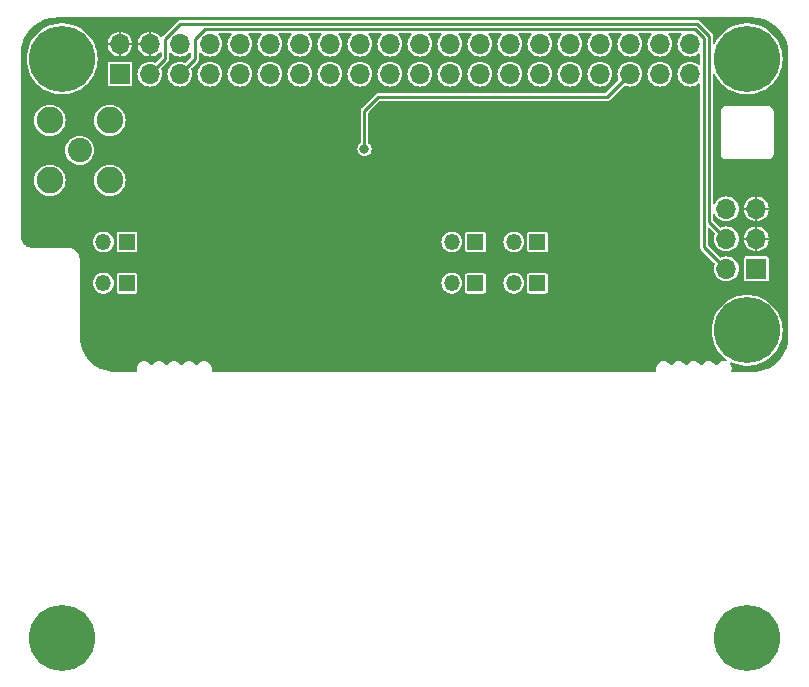
<source format=gbr>
%TF.GenerationSoftware,KiCad,Pcbnew,7.0.9*%
%TF.CreationDate,2024-05-30T14:00:04-07:00*%
%TF.ProjectId,WSPRzero,57535052-7a65-4726-9f2e-6b696361645f,rev?*%
%TF.SameCoordinates,Original*%
%TF.FileFunction,Copper,L2,Bot*%
%TF.FilePolarity,Positive*%
%FSLAX46Y46*%
G04 Gerber Fmt 4.6, Leading zero omitted, Abs format (unit mm)*
G04 Created by KiCad (PCBNEW 7.0.9) date 2024-05-30 14:00:04*
%MOMM*%
%LPD*%
G01*
G04 APERTURE LIST*
%TA.AperFunction,ComponentPad*%
%ADD10C,5.600000*%
%TD*%
%TA.AperFunction,ComponentPad*%
%ADD11R,1.350000X1.350000*%
%TD*%
%TA.AperFunction,ComponentPad*%
%ADD12O,1.350000X1.350000*%
%TD*%
%TA.AperFunction,ComponentPad*%
%ADD13C,2.050000*%
%TD*%
%TA.AperFunction,ComponentPad*%
%ADD14C,2.250000*%
%TD*%
%TA.AperFunction,ComponentPad*%
%ADD15R,1.700000X1.700000*%
%TD*%
%TA.AperFunction,ComponentPad*%
%ADD16O,1.700000X1.700000*%
%TD*%
%TA.AperFunction,ViaPad*%
%ADD17C,0.800000*%
%TD*%
%TA.AperFunction,Conductor*%
%ADD18C,0.250000*%
%TD*%
G04 APERTURE END LIST*
D10*
%TO.P,H3,1*%
%TO.N,N/C*%
X111500000Y-76500000D03*
%TD*%
D11*
%TO.P,J4,1,Pin_1*%
%TO.N,Net-(J4-Pin_1)*%
X93750000Y-69000000D03*
D12*
%TO.P,J4,2,Pin_2*%
%TO.N,Net-(J1-Pin_2)*%
X91750000Y-69000000D03*
%TD*%
D11*
%TO.P,J9,1,Pin_1*%
%TO.N,Net-(J9-Pin_1)*%
X59000000Y-69000000D03*
D12*
%TO.P,J9,2,Pin_2*%
%TO.N,Net-(D1-A)*%
X57000000Y-69000000D03*
%TD*%
D11*
%TO.P,J1,1,Pin_1*%
%TO.N,Net-(J1-Pin_1)*%
X93750000Y-72500000D03*
D12*
%TO.P,J1,2,Pin_2*%
%TO.N,Net-(J1-Pin_2)*%
X91750000Y-72500000D03*
%TD*%
D11*
%TO.P,J7,1,Pin_1*%
%TO.N,Net-(J5-Pin_1)*%
X88500000Y-69000000D03*
D12*
%TO.P,J7,2,Pin_2*%
%TO.N,Net-(J7-Pin_2)*%
X86500000Y-69000000D03*
%TD*%
D13*
%TO.P,J3,1,Pin_1*%
%TO.N,Net-(D1-A)*%
X55000000Y-61250000D03*
D14*
%TO.P,J3,2,Pin_2*%
%TO.N,GND*%
X57540000Y-58710000D03*
X52460000Y-58710000D03*
X57540000Y-63790000D03*
X52460000Y-63790000D03*
%TD*%
D10*
%TO.P,H2,1*%
%TO.N,N/C*%
X111500000Y-53500000D03*
%TD*%
%TO.P,H1,1*%
%TO.N,N/C*%
X53500000Y-53500000D03*
%TD*%
%TO.P,H5,1*%
%TO.N,N/C*%
X53500000Y-102500000D03*
%TD*%
%TO.P,H4,1*%
%TO.N,N/C*%
X111500000Y-102500000D03*
%TD*%
D11*
%TO.P,J5,1,Pin_1*%
%TO.N,Net-(J5-Pin_1)*%
X88500000Y-72500000D03*
D12*
%TO.P,J5,2,Pin_2*%
%TO.N,Net-(J5-Pin_2)*%
X86500000Y-72500000D03*
%TD*%
D15*
%TO.P,J6,1,Pin_1*%
%TO.N,GND*%
X112275000Y-71275000D03*
D16*
%TO.P,J6,2,Pin_2*%
%TO.N,/SCL*%
X109735000Y-71275000D03*
%TO.P,J6,3,Pin_3*%
%TO.N,VCC*%
X112275000Y-68735000D03*
%TO.P,J6,4,Pin_4*%
%TO.N,/SDA*%
X109735000Y-68735000D03*
%TO.P,J6,5,Pin_5*%
%TO.N,VCC*%
X112275000Y-66195000D03*
%TO.P,J6,6,Pin_6*%
%TO.N,/3.3V*%
X109735000Y-66195000D03*
%TD*%
D11*
%TO.P,J8,1,Pin_1*%
%TO.N,Net-(J8-Pin_1)*%
X59000000Y-72500000D03*
D12*
%TO.P,J8,2,Pin_2*%
%TO.N,Net-(D1-A)*%
X57000000Y-72500000D03*
%TD*%
D15*
%TO.P,J2,1,Pin_1*%
%TO.N,/3.3V*%
X58400000Y-54790000D03*
D16*
%TO.P,J2,2,Pin_2*%
%TO.N,VCC*%
X58400000Y-52250000D03*
%TO.P,J2,3,Pin_3*%
%TO.N,/SDA*%
X60940000Y-54790000D03*
%TO.P,J2,4,Pin_4*%
%TO.N,VCC*%
X60940000Y-52250000D03*
%TO.P,J2,5,Pin_5*%
%TO.N,/SCL*%
X63480000Y-54790000D03*
%TO.P,J2,6,Pin_6*%
%TO.N,GND*%
X63480000Y-52250000D03*
%TO.P,J2,7,Pin_7*%
%TO.N,Net-(J2-Pin_7)*%
X66020000Y-54790000D03*
%TO.P,J2,8,Pin_8*%
%TO.N,unconnected-(J2-Pin_8-Pad8)*%
X66020000Y-52250000D03*
%TO.P,J2,9,Pin_9*%
%TO.N,GND*%
X68560000Y-54790000D03*
%TO.P,J2,10,Pin_10*%
%TO.N,unconnected-(J2-Pin_10-Pad10)*%
X68560000Y-52250000D03*
%TO.P,J2,11,Pin_11*%
%TO.N,unconnected-(J2-Pin_11-Pad11)*%
X71100000Y-54790000D03*
%TO.P,J2,12,Pin_12*%
%TO.N,Net-(J2-Pin_12)*%
X71100000Y-52250000D03*
%TO.P,J2,13,Pin_13*%
%TO.N,unconnected-(J2-Pin_13-Pad13)*%
X73640000Y-54790000D03*
%TO.P,J2,14,Pin_14*%
%TO.N,GND*%
X73640000Y-52250000D03*
%TO.P,J2,15,Pin_15*%
%TO.N,unconnected-(J2-Pin_15-Pad15)*%
X76180000Y-54790000D03*
%TO.P,J2,16,Pin_16*%
%TO.N,unconnected-(J2-Pin_16-Pad16)*%
X76180000Y-52250000D03*
%TO.P,J2,17,Pin_17*%
%TO.N,unconnected-(J2-Pin_17-Pad17)*%
X78720000Y-54790000D03*
%TO.P,J2,18,Pin_18*%
%TO.N,unconnected-(J2-Pin_18-Pad18)*%
X78720000Y-52250000D03*
%TO.P,J2,19,Pin_19*%
%TO.N,unconnected-(J2-Pin_19-Pad19)*%
X81260000Y-54790000D03*
%TO.P,J2,20,Pin_20*%
%TO.N,GND*%
X81260000Y-52250000D03*
%TO.P,J2,21,Pin_21*%
%TO.N,unconnected-(J2-Pin_21-Pad21)*%
X83800000Y-54790000D03*
%TO.P,J2,22,Pin_22*%
%TO.N,unconnected-(J2-Pin_22-Pad22)*%
X83800000Y-52250000D03*
%TO.P,J2,23,Pin_23*%
%TO.N,unconnected-(J2-Pin_23-Pad23)*%
X86340000Y-54790000D03*
%TO.P,J2,24,Pin_24*%
%TO.N,unconnected-(J2-Pin_24-Pad24)*%
X86340000Y-52250000D03*
%TO.P,J2,25,Pin_25*%
%TO.N,GND*%
X88880000Y-54790000D03*
%TO.P,J2,26,Pin_26*%
%TO.N,unconnected-(J2-Pin_26-Pad26)*%
X88880000Y-52250000D03*
%TO.P,J2,27,Pin_27*%
%TO.N,unconnected-(J2-Pin_27-Pad27)*%
X91420000Y-54790000D03*
%TO.P,J2,28,Pin_28*%
%TO.N,unconnected-(J2-Pin_28-Pad28)*%
X91420000Y-52250000D03*
%TO.P,J2,29,Pin_29*%
%TO.N,unconnected-(J2-Pin_29-Pad29)*%
X93960000Y-54790000D03*
%TO.P,J2,30,Pin_30*%
%TO.N,GND*%
X93960000Y-52250000D03*
%TO.P,J2,31,Pin_31*%
%TO.N,unconnected-(J2-Pin_31-Pad31)*%
X96500000Y-54790000D03*
%TO.P,J2,32,Pin_32*%
%TO.N,unconnected-(J2-Pin_32-Pad32)*%
X96500000Y-52250000D03*
%TO.P,J2,33,Pin_33*%
%TO.N,unconnected-(J2-Pin_33-Pad33)*%
X99040000Y-54790000D03*
%TO.P,J2,34,Pin_34*%
%TO.N,GND*%
X99040000Y-52250000D03*
%TO.P,J2,35,Pin_35*%
%TO.N,Net-(J2-Pin_35)*%
X101580000Y-54790000D03*
%TO.P,J2,36,Pin_36*%
%TO.N,unconnected-(J2-Pin_36-Pad36)*%
X101580000Y-52250000D03*
%TO.P,J2,37,Pin_37*%
%TO.N,unconnected-(J2-Pin_37-Pad37)*%
X104120000Y-54790000D03*
%TO.P,J2,38,Pin_38*%
%TO.N,unconnected-(J2-Pin_38-Pad38)*%
X104120000Y-52250000D03*
%TO.P,J2,39,Pin_39*%
%TO.N,GND*%
X106660000Y-54790000D03*
%TO.P,J2,40,Pin_40*%
%TO.N,unconnected-(J2-Pin_40-Pad40)*%
X106660000Y-52250000D03*
%TD*%
D17*
%TO.N,Net-(J2-Pin_35)*%
X79100000Y-61150000D03*
%TO.N,VCC*%
X100500000Y-59250000D03*
%TD*%
D18*
%TO.N,Net-(J2-Pin_35)*%
X99620000Y-56750000D02*
X101580000Y-54790000D01*
X80250000Y-56750000D02*
X99620000Y-56750000D01*
X79100000Y-61150000D02*
X79100000Y-57900000D01*
X79100000Y-57900000D02*
X80250000Y-56750000D01*
%TO.N,/SDA*%
X108285000Y-51576903D02*
X108285000Y-67325000D01*
X107258097Y-50550000D02*
X108285000Y-51576903D01*
X108285000Y-67325000D02*
X109725000Y-68765000D01*
X63518299Y-50550000D02*
X107258097Y-50550000D01*
X60940000Y-54790000D02*
X62250000Y-53480000D01*
X62250000Y-53480000D02*
X62250000Y-51818299D01*
X62250000Y-51818299D02*
X63518299Y-50550000D01*
%TO.N,/SCL*%
X107835000Y-69415000D02*
X109725000Y-71305000D01*
X63480000Y-54790000D02*
X64750000Y-53520000D01*
X107071701Y-51000000D02*
X107835000Y-51763299D01*
X64750000Y-51858299D02*
X65608299Y-51000000D01*
X65608299Y-51000000D02*
X107071701Y-51000000D01*
X64750000Y-53520000D02*
X64750000Y-51858299D01*
X107835000Y-51763299D02*
X107835000Y-69415000D01*
%TD*%
%TA.AperFunction,Conductor*%
%TO.N,VCC*%
G36*
X112001293Y-50000567D02*
G01*
X112133628Y-50007503D01*
X112317654Y-50017838D01*
X112322597Y-50018367D01*
X112475647Y-50042608D01*
X112638763Y-50070322D01*
X112643252Y-50071303D01*
X112796693Y-50112418D01*
X112926782Y-50149896D01*
X112952235Y-50157229D01*
X112956265Y-50158579D01*
X113106183Y-50216127D01*
X113254469Y-50277549D01*
X113257981Y-50279169D01*
X113357520Y-50329887D01*
X113401922Y-50352511D01*
X113541864Y-50429854D01*
X113544839Y-50431638D01*
X113680858Y-50519970D01*
X113680872Y-50519979D01*
X113811071Y-50612361D01*
X113813578Y-50614263D01*
X113938985Y-50715814D01*
X113940802Y-50717359D01*
X113966388Y-50740224D01*
X114058967Y-50822958D01*
X114060985Y-50824866D01*
X114175132Y-50939013D01*
X114177040Y-50941031D01*
X114269509Y-51044504D01*
X114282625Y-51059180D01*
X114284184Y-51061013D01*
X114385735Y-51186420D01*
X114387637Y-51188927D01*
X114480020Y-51319127D01*
X114484159Y-51325500D01*
X114556709Y-51437218D01*
X114568340Y-51455127D01*
X114570150Y-51458144D01*
X114647488Y-51598077D01*
X114720825Y-51742008D01*
X114722453Y-51745539D01*
X114783877Y-51893829D01*
X114841416Y-52043726D01*
X114842769Y-52047763D01*
X114887579Y-52203297D01*
X114928693Y-52356739D01*
X114929680Y-52361261D01*
X114957394Y-52524369D01*
X114981629Y-52677388D01*
X114982161Y-52682359D01*
X114992509Y-52866616D01*
X114996142Y-52935930D01*
X114999293Y-52996059D01*
X114999432Y-52998699D01*
X114999500Y-53001291D01*
X114999500Y-76998708D01*
X114999432Y-77001300D01*
X114992509Y-77133383D01*
X114982161Y-77317639D01*
X114981629Y-77322609D01*
X114957394Y-77475630D01*
X114929680Y-77638737D01*
X114928693Y-77643259D01*
X114887579Y-77796702D01*
X114842769Y-77952235D01*
X114841416Y-77956272D01*
X114783877Y-78106170D01*
X114722453Y-78254459D01*
X114720825Y-78257990D01*
X114647488Y-78401922D01*
X114570150Y-78541855D01*
X114568340Y-78544871D01*
X114480020Y-78680872D01*
X114387637Y-78811071D01*
X114385735Y-78813579D01*
X114284184Y-78938985D01*
X114282625Y-78940818D01*
X114177040Y-79058967D01*
X114175132Y-79060985D01*
X114060985Y-79175132D01*
X114058967Y-79177040D01*
X113940818Y-79282625D01*
X113938985Y-79284184D01*
X113813579Y-79385735D01*
X113811071Y-79387637D01*
X113680872Y-79480020D01*
X113544871Y-79568340D01*
X113541855Y-79570150D01*
X113401922Y-79647488D01*
X113257990Y-79720825D01*
X113254459Y-79722453D01*
X113106170Y-79783877D01*
X112956272Y-79841416D01*
X112952235Y-79842769D01*
X112796702Y-79887579D01*
X112643259Y-79928693D01*
X112638737Y-79929680D01*
X112475630Y-79957394D01*
X112322609Y-79981629D01*
X112317639Y-79982161D01*
X112133383Y-79992509D01*
X112036388Y-79997592D01*
X112001293Y-79999432D01*
X111998709Y-79999500D01*
X110500500Y-79999500D01*
X110500000Y-79999500D01*
X110412468Y-79999500D01*
X110412467Y-79999500D01*
X110408901Y-79999812D01*
X110404587Y-80000000D01*
X110267034Y-80000000D01*
X110208843Y-79981093D01*
X110172879Y-79931593D01*
X110169788Y-79882449D01*
X110188038Y-79786777D01*
X110188039Y-79786771D01*
X110177819Y-79624333D01*
X110177819Y-79624330D01*
X110127522Y-79469533D01*
X110127520Y-79469530D01*
X110127520Y-79469529D01*
X110038691Y-79329557D01*
X110023474Y-79270294D01*
X110045998Y-79213405D01*
X110097659Y-79180620D01*
X110158723Y-79184462D01*
X110166699Y-79188035D01*
X110309549Y-79259777D01*
X110637989Y-79379319D01*
X110637992Y-79379319D01*
X110637993Y-79379320D01*
X110978075Y-79459921D01*
X110978080Y-79459921D01*
X110978086Y-79459923D01*
X111325241Y-79500500D01*
X111325244Y-79500500D01*
X111674756Y-79500500D01*
X111674759Y-79500500D01*
X112021914Y-79459923D01*
X112021920Y-79459921D01*
X112021924Y-79459921D01*
X112326914Y-79387637D01*
X112362011Y-79379319D01*
X112690451Y-79259777D01*
X113002793Y-79102913D01*
X113294811Y-78910849D01*
X113562558Y-78686183D01*
X113802412Y-78431953D01*
X114011130Y-78151596D01*
X114185889Y-77848904D01*
X114324326Y-77527971D01*
X114424569Y-77193136D01*
X114485262Y-76848927D01*
X114505585Y-76500000D01*
X114485262Y-76151073D01*
X114424569Y-75806864D01*
X114324326Y-75472029D01*
X114185889Y-75151096D01*
X114011130Y-74848404D01*
X113802412Y-74568047D01*
X113562558Y-74313817D01*
X113294811Y-74089151D01*
X113200157Y-74026896D01*
X113002794Y-73897087D01*
X112690453Y-73740224D01*
X112690452Y-73740223D01*
X112690451Y-73740223D01*
X112362011Y-73620681D01*
X112362012Y-73620681D01*
X112362006Y-73620679D01*
X112021924Y-73540078D01*
X111909089Y-73526889D01*
X111674759Y-73499500D01*
X111325241Y-73499500D01*
X111133950Y-73521858D01*
X110978075Y-73540078D01*
X110637993Y-73620679D01*
X110441191Y-73692309D01*
X110309549Y-73740223D01*
X110309548Y-73740223D01*
X110309546Y-73740224D01*
X109997205Y-73897087D01*
X109705190Y-74089150D01*
X109437443Y-74313815D01*
X109197591Y-74568043D01*
X108988871Y-74848402D01*
X108988869Y-74848405D01*
X108814111Y-75151095D01*
X108814108Y-75151102D01*
X108675674Y-75472027D01*
X108675672Y-75472034D01*
X108575430Y-75806865D01*
X108575430Y-75806866D01*
X108514738Y-76151070D01*
X108494415Y-76500000D01*
X108514738Y-76848929D01*
X108575430Y-77193133D01*
X108575430Y-77193134D01*
X108675672Y-77527965D01*
X108675674Y-77527972D01*
X108716938Y-77623632D01*
X108814111Y-77848904D01*
X108988870Y-78151596D01*
X109197588Y-78431953D01*
X109437442Y-78686183D01*
X109705189Y-78910849D01*
X109739051Y-78933120D01*
X109777278Y-78980893D01*
X109780125Y-79042012D01*
X109746503Y-79093132D01*
X109689255Y-79114726D01*
X109660028Y-79111723D01*
X109621382Y-79101800D01*
X109621381Y-79101800D01*
X109499472Y-79101800D01*
X109499471Y-79101800D01*
X109378524Y-79117078D01*
X109227188Y-79176997D01*
X109227180Y-79177001D01*
X109095511Y-79272664D01*
X108991758Y-79398079D01*
X108988423Y-79403336D01*
X108987290Y-79402617D01*
X108950077Y-79442237D01*
X108889974Y-79453695D01*
X108834615Y-79427637D01*
X108818804Y-79408523D01*
X108812175Y-79398077D01*
X108770310Y-79332108D01*
X108770307Y-79332105D01*
X108651662Y-79220689D01*
X108509029Y-79142277D01*
X108351382Y-79101800D01*
X108351381Y-79101800D01*
X108229472Y-79101800D01*
X108229471Y-79101800D01*
X108108524Y-79117078D01*
X107957188Y-79176997D01*
X107957180Y-79177001D01*
X107825511Y-79272664D01*
X107721758Y-79398079D01*
X107718423Y-79403336D01*
X107717290Y-79402617D01*
X107680077Y-79442237D01*
X107619974Y-79453695D01*
X107564615Y-79427637D01*
X107548804Y-79408523D01*
X107542175Y-79398077D01*
X107500310Y-79332108D01*
X107500307Y-79332105D01*
X107381662Y-79220689D01*
X107239029Y-79142277D01*
X107081382Y-79101800D01*
X107081381Y-79101800D01*
X106959472Y-79101800D01*
X106959471Y-79101800D01*
X106838524Y-79117078D01*
X106687188Y-79176997D01*
X106687180Y-79177001D01*
X106555511Y-79272664D01*
X106451758Y-79398079D01*
X106448423Y-79403336D01*
X106447290Y-79402617D01*
X106410077Y-79442237D01*
X106349974Y-79453695D01*
X106294615Y-79427637D01*
X106278804Y-79408523D01*
X106272175Y-79398077D01*
X106230310Y-79332108D01*
X106230307Y-79332105D01*
X106111662Y-79220689D01*
X105969029Y-79142277D01*
X105811382Y-79101800D01*
X105811381Y-79101800D01*
X105689472Y-79101800D01*
X105689471Y-79101800D01*
X105568524Y-79117078D01*
X105417188Y-79176997D01*
X105417180Y-79177001D01*
X105285511Y-79272664D01*
X105181758Y-79398079D01*
X105178423Y-79403336D01*
X105177290Y-79402617D01*
X105140077Y-79442237D01*
X105079974Y-79453695D01*
X105024615Y-79427637D01*
X105008804Y-79408523D01*
X105002175Y-79398077D01*
X104960310Y-79332108D01*
X104960307Y-79332105D01*
X104841662Y-79220689D01*
X104699029Y-79142277D01*
X104541382Y-79101800D01*
X104541381Y-79101800D01*
X104419472Y-79101800D01*
X104419471Y-79101800D01*
X104298524Y-79117078D01*
X104147188Y-79176997D01*
X104147180Y-79177001D01*
X104015511Y-79272664D01*
X103911760Y-79398077D01*
X103842459Y-79545349D01*
X103811961Y-79705222D01*
X103811960Y-79705227D01*
X103822180Y-79867669D01*
X103823071Y-79870409D01*
X103823070Y-79872335D01*
X103823347Y-79873782D01*
X103823070Y-79873834D01*
X103823070Y-79931594D01*
X103787106Y-79981093D01*
X103728916Y-80000000D01*
X103595401Y-80000000D01*
X103591087Y-79999812D01*
X103587531Y-79999501D01*
X103500098Y-79999501D01*
X66500501Y-79999501D01*
X66500001Y-79999501D01*
X66412469Y-79999501D01*
X66412468Y-79999501D01*
X66408913Y-79999812D01*
X66404599Y-80000000D01*
X66267034Y-80000000D01*
X66208843Y-79981093D01*
X66172879Y-79931593D01*
X66169788Y-79882449D01*
X66188038Y-79786777D01*
X66188039Y-79786771D01*
X66177819Y-79624333D01*
X66177819Y-79624330D01*
X66127522Y-79469533D01*
X66040310Y-79332108D01*
X66040309Y-79332107D01*
X66040308Y-79332105D01*
X65921662Y-79220689D01*
X65779029Y-79142277D01*
X65621382Y-79101800D01*
X65621381Y-79101800D01*
X65499472Y-79101800D01*
X65499471Y-79101800D01*
X65378524Y-79117078D01*
X65227188Y-79176997D01*
X65227180Y-79177001D01*
X65095511Y-79272664D01*
X64991758Y-79398079D01*
X64988423Y-79403336D01*
X64987290Y-79402617D01*
X64950077Y-79442237D01*
X64889974Y-79453695D01*
X64834615Y-79427637D01*
X64818804Y-79408523D01*
X64812175Y-79398077D01*
X64770310Y-79332108D01*
X64770307Y-79332105D01*
X64651662Y-79220689D01*
X64509029Y-79142277D01*
X64351382Y-79101800D01*
X64351381Y-79101800D01*
X64229472Y-79101800D01*
X64229471Y-79101800D01*
X64108524Y-79117078D01*
X63957188Y-79176997D01*
X63957180Y-79177001D01*
X63825511Y-79272664D01*
X63721758Y-79398079D01*
X63718423Y-79403336D01*
X63717290Y-79402617D01*
X63680077Y-79442237D01*
X63619974Y-79453695D01*
X63564615Y-79427637D01*
X63548804Y-79408523D01*
X63542175Y-79398077D01*
X63500310Y-79332108D01*
X63500307Y-79332105D01*
X63381662Y-79220689D01*
X63239029Y-79142277D01*
X63081382Y-79101800D01*
X63081381Y-79101800D01*
X62959472Y-79101800D01*
X62959471Y-79101800D01*
X62838524Y-79117078D01*
X62687188Y-79176997D01*
X62687180Y-79177001D01*
X62555511Y-79272664D01*
X62451758Y-79398079D01*
X62448423Y-79403336D01*
X62447290Y-79402617D01*
X62410077Y-79442237D01*
X62349974Y-79453695D01*
X62294615Y-79427637D01*
X62278804Y-79408523D01*
X62272175Y-79398077D01*
X62230310Y-79332108D01*
X62230307Y-79332105D01*
X62111662Y-79220689D01*
X61969029Y-79142277D01*
X61811382Y-79101800D01*
X61811381Y-79101800D01*
X61689472Y-79101800D01*
X61689471Y-79101800D01*
X61568524Y-79117078D01*
X61417188Y-79176997D01*
X61417180Y-79177001D01*
X61285511Y-79272664D01*
X61181758Y-79398079D01*
X61178423Y-79403336D01*
X61177290Y-79402617D01*
X61140077Y-79442237D01*
X61079974Y-79453695D01*
X61024615Y-79427637D01*
X61008804Y-79408523D01*
X61002175Y-79398077D01*
X60960310Y-79332108D01*
X60960307Y-79332105D01*
X60841662Y-79220689D01*
X60699029Y-79142277D01*
X60541382Y-79101800D01*
X60541381Y-79101800D01*
X60419472Y-79101800D01*
X60419471Y-79101800D01*
X60298524Y-79117078D01*
X60147188Y-79176997D01*
X60147180Y-79177001D01*
X60015511Y-79272664D01*
X59911760Y-79398077D01*
X59842459Y-79545349D01*
X59811961Y-79705222D01*
X59811960Y-79705227D01*
X59822180Y-79867669D01*
X59823071Y-79870409D01*
X59823070Y-79872335D01*
X59823347Y-79873782D01*
X59823070Y-79873834D01*
X59823070Y-79931594D01*
X59787106Y-79981093D01*
X59728916Y-80000000D01*
X59595401Y-80000000D01*
X59591087Y-79999812D01*
X59587531Y-79999501D01*
X59587530Y-79999501D01*
X58001290Y-79999501D01*
X57998705Y-79999433D01*
X57953328Y-79997055D01*
X57866613Y-79992510D01*
X57682358Y-79982162D01*
X57677387Y-79981630D01*
X57524368Y-79957395D01*
X57361260Y-79929681D01*
X57356738Y-79928694D01*
X57203296Y-79887580D01*
X57047758Y-79842769D01*
X57043720Y-79841415D01*
X56893812Y-79783871D01*
X56745547Y-79722457D01*
X56742016Y-79720829D01*
X56598087Y-79647494D01*
X56458132Y-79570144D01*
X56455116Y-79568334D01*
X56319137Y-79480028D01*
X56188916Y-79387631D01*
X56186409Y-79385729D01*
X56061022Y-79284194D01*
X56059200Y-79282645D01*
X55941029Y-79177040D01*
X55939012Y-79175133D01*
X55824865Y-79060986D01*
X55822957Y-79058968D01*
X55807804Y-79042012D01*
X55717348Y-78940792D01*
X55715804Y-78938976D01*
X55614269Y-78813589D01*
X55612367Y-78811082D01*
X55519971Y-78680862D01*
X55431664Y-78544882D01*
X55429854Y-78541865D01*
X55429848Y-78541855D01*
X55421050Y-78525935D01*
X55352505Y-78401912D01*
X55279169Y-78257982D01*
X55277545Y-78254459D01*
X55216132Y-78106197D01*
X55158580Y-77956270D01*
X55157229Y-77952240D01*
X55112419Y-77796703D01*
X55107314Y-77777652D01*
X55071302Y-77643253D01*
X55070321Y-77638764D01*
X55042600Y-77475607D01*
X55018366Y-77322598D01*
X55017837Y-77317655D01*
X55007489Y-77133383D01*
X55000566Y-77001295D01*
X55000499Y-76998710D01*
X55000500Y-72500000D01*
X56119678Y-72500000D01*
X56138916Y-72683034D01*
X56195784Y-72858054D01*
X56195790Y-72858068D01*
X56268893Y-72984684D01*
X56287805Y-73017440D01*
X56410950Y-73154207D01*
X56559839Y-73262381D01*
X56559843Y-73262383D01*
X56559845Y-73262384D01*
X56615485Y-73287156D01*
X56727966Y-73337236D01*
X56907981Y-73375500D01*
X56907983Y-73375500D01*
X57092017Y-73375500D01*
X57092019Y-73375500D01*
X57272034Y-73337236D01*
X57440161Y-73262381D01*
X57533253Y-73194746D01*
X58124500Y-73194746D01*
X58124501Y-73194758D01*
X58136132Y-73253227D01*
X58136134Y-73253233D01*
X58142249Y-73262384D01*
X58180448Y-73319552D01*
X58246769Y-73363867D01*
X58291231Y-73372711D01*
X58305241Y-73375498D01*
X58305246Y-73375498D01*
X58305252Y-73375500D01*
X58305253Y-73375500D01*
X59694747Y-73375500D01*
X59694748Y-73375500D01*
X59753231Y-73363867D01*
X59819552Y-73319552D01*
X59863867Y-73253231D01*
X59875500Y-73194748D01*
X59875500Y-72500000D01*
X85619678Y-72500000D01*
X85638916Y-72683034D01*
X85695784Y-72858054D01*
X85695790Y-72858068D01*
X85768893Y-72984684D01*
X85787805Y-73017440D01*
X85910950Y-73154207D01*
X86059839Y-73262381D01*
X86059843Y-73262383D01*
X86059845Y-73262384D01*
X86115485Y-73287156D01*
X86227966Y-73337236D01*
X86407981Y-73375500D01*
X86407983Y-73375500D01*
X86592017Y-73375500D01*
X86592019Y-73375500D01*
X86772034Y-73337236D01*
X86940161Y-73262381D01*
X87033253Y-73194746D01*
X87624500Y-73194746D01*
X87624501Y-73194758D01*
X87636132Y-73253227D01*
X87636134Y-73253233D01*
X87642249Y-73262384D01*
X87680448Y-73319552D01*
X87746769Y-73363867D01*
X87791231Y-73372711D01*
X87805241Y-73375498D01*
X87805246Y-73375498D01*
X87805252Y-73375500D01*
X87805253Y-73375500D01*
X89194747Y-73375500D01*
X89194748Y-73375500D01*
X89253231Y-73363867D01*
X89319552Y-73319552D01*
X89363867Y-73253231D01*
X89375500Y-73194748D01*
X89375500Y-72500000D01*
X90869678Y-72500000D01*
X90888916Y-72683034D01*
X90945784Y-72858054D01*
X90945790Y-72858068D01*
X91018893Y-72984684D01*
X91037805Y-73017440D01*
X91160950Y-73154207D01*
X91309839Y-73262381D01*
X91309843Y-73262383D01*
X91309845Y-73262384D01*
X91365485Y-73287156D01*
X91477966Y-73337236D01*
X91657981Y-73375500D01*
X91657983Y-73375500D01*
X91842017Y-73375500D01*
X91842019Y-73375500D01*
X92022034Y-73337236D01*
X92190161Y-73262381D01*
X92283253Y-73194746D01*
X92874500Y-73194746D01*
X92874501Y-73194758D01*
X92886132Y-73253227D01*
X92886134Y-73253233D01*
X92892249Y-73262384D01*
X92930448Y-73319552D01*
X92996769Y-73363867D01*
X93041231Y-73372711D01*
X93055241Y-73375498D01*
X93055246Y-73375498D01*
X93055252Y-73375500D01*
X93055253Y-73375500D01*
X94444747Y-73375500D01*
X94444748Y-73375500D01*
X94503231Y-73363867D01*
X94569552Y-73319552D01*
X94613867Y-73253231D01*
X94625500Y-73194748D01*
X94625500Y-71805252D01*
X94613867Y-71746769D01*
X94569552Y-71680448D01*
X94569548Y-71680445D01*
X94503233Y-71636134D01*
X94503231Y-71636133D01*
X94503228Y-71636132D01*
X94503227Y-71636132D01*
X94444758Y-71624501D01*
X94444748Y-71624500D01*
X93055252Y-71624500D01*
X93055251Y-71624500D01*
X93055241Y-71624501D01*
X92996772Y-71636132D01*
X92996766Y-71636134D01*
X92930451Y-71680445D01*
X92930445Y-71680451D01*
X92886134Y-71746766D01*
X92886132Y-71746772D01*
X92874501Y-71805241D01*
X92874500Y-71805253D01*
X92874500Y-73194746D01*
X92283253Y-73194746D01*
X92339050Y-73154207D01*
X92462195Y-73017440D01*
X92554214Y-72858059D01*
X92611085Y-72683029D01*
X92630322Y-72500000D01*
X92611085Y-72316971D01*
X92554214Y-72141941D01*
X92554211Y-72141936D01*
X92554209Y-72141931D01*
X92484625Y-72021410D01*
X92462195Y-71982560D01*
X92339050Y-71845793D01*
X92190161Y-71737619D01*
X92190157Y-71737617D01*
X92190154Y-71737615D01*
X92022036Y-71662765D01*
X92022034Y-71662764D01*
X92022031Y-71662763D01*
X92022030Y-71662763D01*
X91975135Y-71652795D01*
X91842019Y-71624500D01*
X91657981Y-71624500D01*
X91560797Y-71645157D01*
X91477969Y-71662763D01*
X91477963Y-71662765D01*
X91309845Y-71737615D01*
X91309842Y-71737617D01*
X91160948Y-71845794D01*
X91037803Y-71982562D01*
X91037803Y-71982563D01*
X90945790Y-72141931D01*
X90945784Y-72141945D01*
X90888916Y-72316965D01*
X90888915Y-72316969D01*
X90888915Y-72316971D01*
X90869678Y-72500000D01*
X89375500Y-72500000D01*
X89375500Y-71805252D01*
X89363867Y-71746769D01*
X89319552Y-71680448D01*
X89319548Y-71680445D01*
X89253233Y-71636134D01*
X89253231Y-71636133D01*
X89253228Y-71636132D01*
X89253227Y-71636132D01*
X89194758Y-71624501D01*
X89194748Y-71624500D01*
X87805252Y-71624500D01*
X87805251Y-71624500D01*
X87805241Y-71624501D01*
X87746772Y-71636132D01*
X87746766Y-71636134D01*
X87680451Y-71680445D01*
X87680445Y-71680451D01*
X87636134Y-71746766D01*
X87636132Y-71746772D01*
X87624501Y-71805241D01*
X87624500Y-71805253D01*
X87624500Y-73194746D01*
X87033253Y-73194746D01*
X87089050Y-73154207D01*
X87212195Y-73017440D01*
X87304214Y-72858059D01*
X87361085Y-72683029D01*
X87380322Y-72500000D01*
X87361085Y-72316971D01*
X87304214Y-72141941D01*
X87304211Y-72141936D01*
X87304209Y-72141931D01*
X87234625Y-72021410D01*
X87212195Y-71982560D01*
X87089050Y-71845793D01*
X86940161Y-71737619D01*
X86940157Y-71737617D01*
X86940154Y-71737615D01*
X86772036Y-71662765D01*
X86772034Y-71662764D01*
X86772031Y-71662763D01*
X86772030Y-71662763D01*
X86725135Y-71652795D01*
X86592019Y-71624500D01*
X86407981Y-71624500D01*
X86310797Y-71645157D01*
X86227969Y-71662763D01*
X86227963Y-71662765D01*
X86059845Y-71737615D01*
X86059842Y-71737617D01*
X85910948Y-71845794D01*
X85787803Y-71982562D01*
X85787803Y-71982563D01*
X85695790Y-72141931D01*
X85695784Y-72141945D01*
X85638916Y-72316965D01*
X85638915Y-72316969D01*
X85638915Y-72316971D01*
X85619678Y-72500000D01*
X59875500Y-72500000D01*
X59875500Y-71805252D01*
X59863867Y-71746769D01*
X59819552Y-71680448D01*
X59819548Y-71680445D01*
X59753233Y-71636134D01*
X59753231Y-71636133D01*
X59753228Y-71636132D01*
X59753227Y-71636132D01*
X59694758Y-71624501D01*
X59694748Y-71624500D01*
X58305252Y-71624500D01*
X58305251Y-71624500D01*
X58305241Y-71624501D01*
X58246772Y-71636132D01*
X58246766Y-71636134D01*
X58180451Y-71680445D01*
X58180445Y-71680451D01*
X58136134Y-71746766D01*
X58136132Y-71746772D01*
X58124501Y-71805241D01*
X58124500Y-71805253D01*
X58124500Y-73194746D01*
X57533253Y-73194746D01*
X57589050Y-73154207D01*
X57712195Y-73017440D01*
X57804214Y-72858059D01*
X57861085Y-72683029D01*
X57880322Y-72500000D01*
X57861085Y-72316971D01*
X57804214Y-72141941D01*
X57804211Y-72141936D01*
X57804209Y-72141931D01*
X57734625Y-72021410D01*
X57712195Y-71982560D01*
X57589050Y-71845793D01*
X57440161Y-71737619D01*
X57440157Y-71737617D01*
X57440154Y-71737615D01*
X57272036Y-71662765D01*
X57272034Y-71662764D01*
X57272031Y-71662763D01*
X57272030Y-71662763D01*
X57225135Y-71652795D01*
X57092019Y-71624500D01*
X56907981Y-71624500D01*
X56810797Y-71645157D01*
X56727969Y-71662763D01*
X56727963Y-71662765D01*
X56559845Y-71737615D01*
X56559842Y-71737617D01*
X56410948Y-71845794D01*
X56287803Y-71982562D01*
X56287803Y-71982563D01*
X56195790Y-72141931D01*
X56195784Y-72141945D01*
X56138916Y-72316965D01*
X56138915Y-72316969D01*
X56138915Y-72316971D01*
X56119678Y-72500000D01*
X55000500Y-72500000D01*
X55000500Y-70499901D01*
X55000500Y-70412468D01*
X55000499Y-70412463D01*
X54997828Y-70397315D01*
X54970101Y-70240062D01*
X54910225Y-70075555D01*
X54822692Y-69923945D01*
X54710163Y-69789837D01*
X54576055Y-69677308D01*
X54464126Y-69612685D01*
X54424447Y-69589776D01*
X54424441Y-69589773D01*
X54259948Y-69529902D01*
X54259940Y-69529900D01*
X54259938Y-69529899D01*
X54225456Y-69523819D01*
X54087536Y-69499500D01*
X54087532Y-69499500D01*
X54000099Y-69499500D01*
X51002162Y-69499500D01*
X50997845Y-69499311D01*
X50954554Y-69495523D01*
X50826201Y-69482881D01*
X50810284Y-69479985D01*
X50763909Y-69467560D01*
X50741669Y-69461601D01*
X50701271Y-69449347D01*
X50646739Y-69432804D01*
X50633639Y-69427791D01*
X50564308Y-69395462D01*
X50561893Y-69394255D01*
X50477009Y-69348883D01*
X50471946Y-69345773D01*
X50404777Y-69298740D01*
X50401765Y-69296455D01*
X50328723Y-69236512D01*
X50325121Y-69233247D01*
X50266751Y-69174877D01*
X50263486Y-69171275D01*
X50203543Y-69098233D01*
X50201258Y-69095221D01*
X50154225Y-69028052D01*
X50151115Y-69022989D01*
X50138827Y-69000000D01*
X56119678Y-69000000D01*
X56138058Y-69174877D01*
X56138916Y-69183034D01*
X56195784Y-69358054D01*
X56195790Y-69358068D01*
X56267003Y-69481410D01*
X56287805Y-69517440D01*
X56373562Y-69612683D01*
X56386862Y-69627455D01*
X56410950Y-69654207D01*
X56559839Y-69762381D01*
X56559843Y-69762383D01*
X56559845Y-69762384D01*
X56599928Y-69780230D01*
X56727966Y-69837236D01*
X56907981Y-69875500D01*
X56907983Y-69875500D01*
X57092017Y-69875500D01*
X57092019Y-69875500D01*
X57272034Y-69837236D01*
X57440161Y-69762381D01*
X57533253Y-69694746D01*
X58124500Y-69694746D01*
X58124501Y-69694758D01*
X58136132Y-69753227D01*
X58136134Y-69753233D01*
X58160593Y-69789838D01*
X58180448Y-69819552D01*
X58246769Y-69863867D01*
X58291231Y-69872711D01*
X58305241Y-69875498D01*
X58305246Y-69875498D01*
X58305252Y-69875500D01*
X58305253Y-69875500D01*
X59694747Y-69875500D01*
X59694748Y-69875500D01*
X59753231Y-69863867D01*
X59819552Y-69819552D01*
X59863867Y-69753231D01*
X59875500Y-69694748D01*
X59875500Y-69000000D01*
X85619678Y-69000000D01*
X85638058Y-69174877D01*
X85638916Y-69183034D01*
X85695784Y-69358054D01*
X85695790Y-69358068D01*
X85767003Y-69481410D01*
X85787805Y-69517440D01*
X85873562Y-69612683D01*
X85886862Y-69627455D01*
X85910950Y-69654207D01*
X86059839Y-69762381D01*
X86059843Y-69762383D01*
X86059845Y-69762384D01*
X86099928Y-69780230D01*
X86227966Y-69837236D01*
X86407981Y-69875500D01*
X86407983Y-69875500D01*
X86592017Y-69875500D01*
X86592019Y-69875500D01*
X86772034Y-69837236D01*
X86940161Y-69762381D01*
X87033253Y-69694746D01*
X87624500Y-69694746D01*
X87624501Y-69694758D01*
X87636132Y-69753227D01*
X87636134Y-69753233D01*
X87660593Y-69789838D01*
X87680448Y-69819552D01*
X87746769Y-69863867D01*
X87791231Y-69872711D01*
X87805241Y-69875498D01*
X87805246Y-69875498D01*
X87805252Y-69875500D01*
X87805253Y-69875500D01*
X89194747Y-69875500D01*
X89194748Y-69875500D01*
X89253231Y-69863867D01*
X89319552Y-69819552D01*
X89363867Y-69753231D01*
X89375500Y-69694748D01*
X89375500Y-69000000D01*
X90869678Y-69000000D01*
X90888058Y-69174877D01*
X90888916Y-69183034D01*
X90945784Y-69358054D01*
X90945790Y-69358068D01*
X91017003Y-69481410D01*
X91037805Y-69517440D01*
X91123562Y-69612683D01*
X91136862Y-69627455D01*
X91160950Y-69654207D01*
X91309839Y-69762381D01*
X91309843Y-69762383D01*
X91309845Y-69762384D01*
X91349928Y-69780230D01*
X91477966Y-69837236D01*
X91657981Y-69875500D01*
X91657983Y-69875500D01*
X91842017Y-69875500D01*
X91842019Y-69875500D01*
X92022034Y-69837236D01*
X92190161Y-69762381D01*
X92283253Y-69694746D01*
X92874500Y-69694746D01*
X92874501Y-69694758D01*
X92886132Y-69753227D01*
X92886134Y-69753233D01*
X92910593Y-69789838D01*
X92930448Y-69819552D01*
X92996769Y-69863867D01*
X93041231Y-69872711D01*
X93055241Y-69875498D01*
X93055246Y-69875498D01*
X93055252Y-69875500D01*
X93055253Y-69875500D01*
X94444747Y-69875500D01*
X94444748Y-69875500D01*
X94503231Y-69863867D01*
X94569552Y-69819552D01*
X94613867Y-69753231D01*
X94625500Y-69694748D01*
X94625500Y-68305252D01*
X94613867Y-68246769D01*
X94569552Y-68180448D01*
X94543088Y-68162765D01*
X94503233Y-68136134D01*
X94503231Y-68136133D01*
X94503228Y-68136132D01*
X94503227Y-68136132D01*
X94444758Y-68124501D01*
X94444748Y-68124500D01*
X93055252Y-68124500D01*
X93055251Y-68124500D01*
X93055241Y-68124501D01*
X92996772Y-68136132D01*
X92996766Y-68136134D01*
X92930451Y-68180445D01*
X92930445Y-68180451D01*
X92886134Y-68246766D01*
X92886132Y-68246772D01*
X92874501Y-68305241D01*
X92874500Y-68305253D01*
X92874500Y-69694746D01*
X92283253Y-69694746D01*
X92339050Y-69654207D01*
X92462195Y-69517440D01*
X92554214Y-69358059D01*
X92611085Y-69183029D01*
X92630322Y-69000000D01*
X92611085Y-68816971D01*
X92554214Y-68641941D01*
X92554211Y-68641936D01*
X92554209Y-68641931D01*
X92489101Y-68529163D01*
X92462195Y-68482560D01*
X92339050Y-68345793D01*
X92190161Y-68237619D01*
X92190157Y-68237617D01*
X92190154Y-68237615D01*
X92022036Y-68162765D01*
X92022034Y-68162764D01*
X92022031Y-68162763D01*
X92022030Y-68162763D01*
X91955149Y-68148547D01*
X91842019Y-68124500D01*
X91657981Y-68124500D01*
X91560797Y-68145157D01*
X91477969Y-68162763D01*
X91477963Y-68162765D01*
X91309845Y-68237615D01*
X91309842Y-68237617D01*
X91160948Y-68345794D01*
X91037803Y-68482562D01*
X91037803Y-68482563D01*
X90945790Y-68641931D01*
X90945784Y-68641945D01*
X90888916Y-68816965D01*
X90888915Y-68816969D01*
X90888915Y-68816971D01*
X90869678Y-69000000D01*
X89375500Y-69000000D01*
X89375500Y-68305252D01*
X89363867Y-68246769D01*
X89319552Y-68180448D01*
X89293088Y-68162765D01*
X89253233Y-68136134D01*
X89253231Y-68136133D01*
X89253228Y-68136132D01*
X89253227Y-68136132D01*
X89194758Y-68124501D01*
X89194748Y-68124500D01*
X87805252Y-68124500D01*
X87805251Y-68124500D01*
X87805241Y-68124501D01*
X87746772Y-68136132D01*
X87746766Y-68136134D01*
X87680451Y-68180445D01*
X87680445Y-68180451D01*
X87636134Y-68246766D01*
X87636132Y-68246772D01*
X87624501Y-68305241D01*
X87624500Y-68305253D01*
X87624500Y-69694746D01*
X87033253Y-69694746D01*
X87089050Y-69654207D01*
X87212195Y-69517440D01*
X87304214Y-69358059D01*
X87361085Y-69183029D01*
X87380322Y-69000000D01*
X87361085Y-68816971D01*
X87304214Y-68641941D01*
X87304211Y-68641936D01*
X87304209Y-68641931D01*
X87239101Y-68529163D01*
X87212195Y-68482560D01*
X87089050Y-68345793D01*
X86940161Y-68237619D01*
X86940157Y-68237617D01*
X86940154Y-68237615D01*
X86772036Y-68162765D01*
X86772034Y-68162764D01*
X86772031Y-68162763D01*
X86772030Y-68162763D01*
X86705149Y-68148547D01*
X86592019Y-68124500D01*
X86407981Y-68124500D01*
X86310797Y-68145157D01*
X86227969Y-68162763D01*
X86227963Y-68162765D01*
X86059845Y-68237615D01*
X86059842Y-68237617D01*
X85910948Y-68345794D01*
X85787803Y-68482562D01*
X85787803Y-68482563D01*
X85695790Y-68641931D01*
X85695784Y-68641945D01*
X85638916Y-68816965D01*
X85638915Y-68816969D01*
X85638915Y-68816971D01*
X85619678Y-69000000D01*
X59875500Y-69000000D01*
X59875500Y-68305252D01*
X59863867Y-68246769D01*
X59819552Y-68180448D01*
X59793088Y-68162765D01*
X59753233Y-68136134D01*
X59753231Y-68136133D01*
X59753228Y-68136132D01*
X59753227Y-68136132D01*
X59694758Y-68124501D01*
X59694748Y-68124500D01*
X58305252Y-68124500D01*
X58305251Y-68124500D01*
X58305241Y-68124501D01*
X58246772Y-68136132D01*
X58246766Y-68136134D01*
X58180451Y-68180445D01*
X58180445Y-68180451D01*
X58136134Y-68246766D01*
X58136132Y-68246772D01*
X58124501Y-68305241D01*
X58124500Y-68305253D01*
X58124500Y-69694746D01*
X57533253Y-69694746D01*
X57589050Y-69654207D01*
X57712195Y-69517440D01*
X57804214Y-69358059D01*
X57861085Y-69183029D01*
X57880322Y-69000000D01*
X57861085Y-68816971D01*
X57804214Y-68641941D01*
X57804211Y-68641936D01*
X57804209Y-68641931D01*
X57739101Y-68529163D01*
X57712195Y-68482560D01*
X57589050Y-68345793D01*
X57440161Y-68237619D01*
X57440157Y-68237617D01*
X57440154Y-68237615D01*
X57272036Y-68162765D01*
X57272034Y-68162764D01*
X57272031Y-68162763D01*
X57272030Y-68162763D01*
X57205149Y-68148547D01*
X57092019Y-68124500D01*
X56907981Y-68124500D01*
X56810797Y-68145157D01*
X56727969Y-68162763D01*
X56727963Y-68162765D01*
X56559845Y-68237615D01*
X56559842Y-68237617D01*
X56410948Y-68345794D01*
X56287803Y-68482562D01*
X56287803Y-68482563D01*
X56195790Y-68641931D01*
X56195784Y-68641945D01*
X56138916Y-68816965D01*
X56138915Y-68816969D01*
X56138915Y-68816971D01*
X56119678Y-69000000D01*
X50138827Y-69000000D01*
X50105733Y-68938085D01*
X50104536Y-68935690D01*
X50072207Y-68866359D01*
X50067194Y-68853259D01*
X50038400Y-68758339D01*
X50020012Y-68689710D01*
X50017118Y-68673804D01*
X50004482Y-68545519D01*
X50000687Y-68502140D01*
X50000500Y-68497840D01*
X50000500Y-63790003D01*
X51129437Y-63790003D01*
X51149649Y-64021042D01*
X51149650Y-64021049D01*
X51149651Y-64021050D01*
X51209680Y-64245079D01*
X51307699Y-64455282D01*
X51440730Y-64645269D01*
X51604731Y-64809270D01*
X51794718Y-64942301D01*
X52004921Y-65040320D01*
X52228950Y-65100349D01*
X52228954Y-65100349D01*
X52228957Y-65100350D01*
X52459997Y-65120563D01*
X52460000Y-65120563D01*
X52460003Y-65120563D01*
X52691042Y-65100350D01*
X52691043Y-65100349D01*
X52691050Y-65100349D01*
X52915079Y-65040320D01*
X53125282Y-64942301D01*
X53315269Y-64809270D01*
X53479270Y-64645269D01*
X53612301Y-64455282D01*
X53710320Y-64245079D01*
X53770349Y-64021050D01*
X53790563Y-63790003D01*
X56209437Y-63790003D01*
X56229649Y-64021042D01*
X56229650Y-64021049D01*
X56229651Y-64021050D01*
X56289680Y-64245079D01*
X56387699Y-64455282D01*
X56520730Y-64645269D01*
X56684731Y-64809270D01*
X56874718Y-64942301D01*
X57084921Y-65040320D01*
X57308950Y-65100349D01*
X57308954Y-65100349D01*
X57308957Y-65100350D01*
X57539997Y-65120563D01*
X57540000Y-65120563D01*
X57540003Y-65120563D01*
X57771042Y-65100350D01*
X57771043Y-65100349D01*
X57771050Y-65100349D01*
X57995079Y-65040320D01*
X58205282Y-64942301D01*
X58395269Y-64809270D01*
X58559270Y-64645269D01*
X58692301Y-64455282D01*
X58790320Y-64245079D01*
X58850349Y-64021050D01*
X58870563Y-63790000D01*
X58850349Y-63558950D01*
X58790320Y-63334921D01*
X58692301Y-63124719D01*
X58559270Y-62934731D01*
X58395269Y-62770730D01*
X58395265Y-62770727D01*
X58395264Y-62770726D01*
X58289865Y-62696925D01*
X58205282Y-62637699D01*
X57995079Y-62539680D01*
X57771050Y-62479651D01*
X57771049Y-62479650D01*
X57771042Y-62479649D01*
X57540003Y-62459437D01*
X57539997Y-62459437D01*
X57308957Y-62479649D01*
X57308950Y-62479651D01*
X57084921Y-62539680D01*
X56986903Y-62585386D01*
X56874720Y-62637698D01*
X56684735Y-62770726D01*
X56520726Y-62934735D01*
X56387698Y-63124720D01*
X56289680Y-63334922D01*
X56229649Y-63558957D01*
X56209437Y-63789996D01*
X56209437Y-63790003D01*
X53790563Y-63790003D01*
X53790563Y-63790000D01*
X53770349Y-63558950D01*
X53710320Y-63334921D01*
X53612301Y-63124719D01*
X53479270Y-62934731D01*
X53315269Y-62770730D01*
X53315265Y-62770727D01*
X53315264Y-62770726D01*
X53209865Y-62696925D01*
X53125282Y-62637699D01*
X52915079Y-62539680D01*
X52691050Y-62479651D01*
X52691049Y-62479650D01*
X52691042Y-62479649D01*
X52460003Y-62459437D01*
X52459997Y-62459437D01*
X52228957Y-62479649D01*
X52228950Y-62479651D01*
X52004921Y-62539680D01*
X51906903Y-62585386D01*
X51794720Y-62637698D01*
X51604735Y-62770726D01*
X51440726Y-62934735D01*
X51307698Y-63124720D01*
X51209680Y-63334922D01*
X51149649Y-63558957D01*
X51129437Y-63789996D01*
X51129437Y-63790003D01*
X50000500Y-63790003D01*
X50000500Y-61250003D01*
X53769819Y-61250003D01*
X53788506Y-61463611D01*
X53788507Y-61463618D01*
X53788508Y-61463619D01*
X53844008Y-61670747D01*
X53930461Y-61856146D01*
X53934632Y-61865091D01*
X53934632Y-61865092D01*
X54019977Y-61986976D01*
X54057627Y-62040745D01*
X54209255Y-62192373D01*
X54209258Y-62192375D01*
X54209259Y-62192376D01*
X54384907Y-62315367D01*
X54384908Y-62315367D01*
X54384909Y-62315368D01*
X54579253Y-62405992D01*
X54786381Y-62461492D01*
X54786385Y-62461492D01*
X54786388Y-62461493D01*
X54999997Y-62480181D01*
X55000000Y-62480181D01*
X55000003Y-62480181D01*
X55213611Y-62461493D01*
X55213612Y-62461492D01*
X55213619Y-62461492D01*
X55420747Y-62405992D01*
X55615091Y-62315368D01*
X55790745Y-62192373D01*
X55942373Y-62040745D01*
X56065368Y-61865091D01*
X56155992Y-61670747D01*
X56211492Y-61463619D01*
X56212436Y-61452838D01*
X56230181Y-61250003D01*
X56230181Y-61249996D01*
X56221433Y-61150000D01*
X78494318Y-61150000D01*
X78514955Y-61306758D01*
X78514957Y-61306766D01*
X78575462Y-61452838D01*
X78575462Y-61452839D01*
X78611650Y-61500000D01*
X78671718Y-61578282D01*
X78797159Y-61674536D01*
X78797160Y-61674536D01*
X78797161Y-61674537D01*
X78943233Y-61735042D01*
X78943238Y-61735044D01*
X79060809Y-61750522D01*
X79099999Y-61755682D01*
X79100000Y-61755682D01*
X79100001Y-61755682D01*
X79131352Y-61751554D01*
X79256762Y-61735044D01*
X79402841Y-61674536D01*
X79528282Y-61578282D01*
X79624536Y-61452841D01*
X79685044Y-61306762D01*
X79705682Y-61150000D01*
X79685044Y-60993238D01*
X79624537Y-60847161D01*
X79624537Y-60847160D01*
X79528281Y-60721717D01*
X79464232Y-60672570D01*
X79429577Y-60622145D01*
X79425500Y-60594028D01*
X79425500Y-58075834D01*
X79444407Y-58017643D01*
X79454496Y-58005830D01*
X80355830Y-57104496D01*
X80410347Y-57076719D01*
X80425834Y-57075500D01*
X99603626Y-57075500D01*
X99607926Y-57075687D01*
X99648807Y-57079264D01*
X99688452Y-57068640D01*
X99692650Y-57067710D01*
X99733045Y-57060588D01*
X99734345Y-57059838D01*
X99758236Y-57049942D01*
X99758464Y-57049880D01*
X99759684Y-57049554D01*
X99793303Y-57026012D01*
X99796911Y-57023714D01*
X99832455Y-57003194D01*
X99858838Y-56971750D01*
X99861726Y-56968598D01*
X101051824Y-55778500D01*
X101106339Y-55750725D01*
X101166771Y-55760296D01*
X101168493Y-55761195D01*
X101176046Y-55765232D01*
X101239743Y-55784554D01*
X101374065Y-55825300D01*
X101374070Y-55825301D01*
X101579997Y-55845583D01*
X101580000Y-55845583D01*
X101580003Y-55845583D01*
X101785929Y-55825301D01*
X101785934Y-55825300D01*
X101983954Y-55765232D01*
X102166450Y-55667685D01*
X102326410Y-55536410D01*
X102457685Y-55376450D01*
X102555232Y-55193954D01*
X102615300Y-54995934D01*
X102615301Y-54995929D01*
X102635583Y-54790003D01*
X103064417Y-54790003D01*
X103084698Y-54995929D01*
X103084699Y-54995934D01*
X103144768Y-55193954D01*
X103242316Y-55376452D01*
X103287867Y-55431956D01*
X103373590Y-55536410D01*
X103373595Y-55536414D01*
X103533547Y-55667683D01*
X103533548Y-55667683D01*
X103533550Y-55667685D01*
X103716046Y-55765232D01*
X103853997Y-55807078D01*
X103914065Y-55825300D01*
X103914070Y-55825301D01*
X104119997Y-55845583D01*
X104120000Y-55845583D01*
X104120003Y-55845583D01*
X104325929Y-55825301D01*
X104325934Y-55825300D01*
X104523954Y-55765232D01*
X104706450Y-55667685D01*
X104866410Y-55536410D01*
X104997685Y-55376450D01*
X105095232Y-55193954D01*
X105155300Y-54995934D01*
X105155301Y-54995929D01*
X105175583Y-54790003D01*
X105175583Y-54789996D01*
X105155301Y-54584070D01*
X105155300Y-54584065D01*
X105137078Y-54523997D01*
X105095232Y-54386046D01*
X104997685Y-54203550D01*
X104866410Y-54043590D01*
X104716123Y-53920253D01*
X104706452Y-53912316D01*
X104523954Y-53814768D01*
X104325934Y-53754699D01*
X104325929Y-53754698D01*
X104120003Y-53734417D01*
X104119997Y-53734417D01*
X103914070Y-53754698D01*
X103914065Y-53754699D01*
X103716045Y-53814768D01*
X103533547Y-53912316D01*
X103373595Y-54043585D01*
X103373585Y-54043595D01*
X103242316Y-54203547D01*
X103144768Y-54386045D01*
X103084699Y-54584065D01*
X103084698Y-54584070D01*
X103064417Y-54789996D01*
X103064417Y-54790003D01*
X102635583Y-54790003D01*
X102635583Y-54789996D01*
X102615301Y-54584070D01*
X102615300Y-54584065D01*
X102597078Y-54523997D01*
X102555232Y-54386046D01*
X102457685Y-54203550D01*
X102326410Y-54043590D01*
X102176123Y-53920253D01*
X102166452Y-53912316D01*
X101983954Y-53814768D01*
X101785934Y-53754699D01*
X101785929Y-53754698D01*
X101580003Y-53734417D01*
X101579997Y-53734417D01*
X101374070Y-53754698D01*
X101374065Y-53754699D01*
X101176045Y-53814768D01*
X100993547Y-53912316D01*
X100833595Y-54043585D01*
X100833585Y-54043595D01*
X100702316Y-54203547D01*
X100604768Y-54386045D01*
X100544699Y-54584065D01*
X100544698Y-54584070D01*
X100524417Y-54789996D01*
X100524417Y-54790003D01*
X100544698Y-54995929D01*
X100544699Y-54995934D01*
X100590787Y-55147865D01*
X100604768Y-55193954D01*
X100608802Y-55201501D01*
X100619560Y-55261732D01*
X100592860Y-55316785D01*
X100591497Y-55318175D01*
X99514170Y-56395504D01*
X99459653Y-56423281D01*
X99444166Y-56424500D01*
X80266374Y-56424500D01*
X80262073Y-56424312D01*
X80221193Y-56420736D01*
X80221187Y-56420736D01*
X80181564Y-56431353D01*
X80177349Y-56432287D01*
X80136960Y-56439410D01*
X80136948Y-56439414D01*
X80135640Y-56440170D01*
X80111786Y-56450051D01*
X80110324Y-56450442D01*
X80110316Y-56450446D01*
X80076716Y-56473972D01*
X80073080Y-56476288D01*
X80064875Y-56481025D01*
X80037545Y-56496805D01*
X80011181Y-56528224D01*
X80008263Y-56531408D01*
X78881413Y-57658259D01*
X78878229Y-57661176D01*
X78846807Y-57687542D01*
X78846806Y-57687544D01*
X78826292Y-57723075D01*
X78823972Y-57726716D01*
X78800446Y-57760316D01*
X78800442Y-57760324D01*
X78800051Y-57761786D01*
X78790170Y-57785640D01*
X78789414Y-57786948D01*
X78789410Y-57786960D01*
X78782287Y-57827349D01*
X78781353Y-57831564D01*
X78770736Y-57871187D01*
X78770736Y-57871193D01*
X78774312Y-57912072D01*
X78774500Y-57916373D01*
X78774500Y-60594028D01*
X78755593Y-60652219D01*
X78735768Y-60672570D01*
X78671718Y-60721717D01*
X78575462Y-60847160D01*
X78575462Y-60847161D01*
X78514957Y-60993233D01*
X78514955Y-60993241D01*
X78494318Y-61149999D01*
X78494318Y-61150000D01*
X56221433Y-61150000D01*
X56211493Y-61036388D01*
X56211492Y-61036385D01*
X56211492Y-61036381D01*
X56155992Y-60829253D01*
X56142970Y-60801329D01*
X56065373Y-60634919D01*
X56065369Y-60634912D01*
X56056429Y-60622145D01*
X55942373Y-60459255D01*
X55790745Y-60307627D01*
X55790741Y-60307624D01*
X55790740Y-60307623D01*
X55615092Y-60184632D01*
X55550309Y-60154424D01*
X55420747Y-60094008D01*
X55213619Y-60038508D01*
X55213618Y-60038507D01*
X55213611Y-60038506D01*
X55000003Y-60019819D01*
X54999997Y-60019819D01*
X54786388Y-60038506D01*
X54579249Y-60094009D01*
X54384919Y-60184626D01*
X54384912Y-60184630D01*
X54209259Y-60307623D01*
X54057623Y-60459259D01*
X53934630Y-60634912D01*
X53934626Y-60634919D01*
X53844009Y-60829249D01*
X53788506Y-61036388D01*
X53769819Y-61249996D01*
X53769819Y-61250003D01*
X50000500Y-61250003D01*
X50000500Y-58710003D01*
X51129437Y-58710003D01*
X51149649Y-58941042D01*
X51149650Y-58941049D01*
X51149651Y-58941050D01*
X51209680Y-59165079D01*
X51307699Y-59375282D01*
X51440730Y-59565269D01*
X51604731Y-59729270D01*
X51794718Y-59862301D01*
X52004921Y-59960320D01*
X52228950Y-60020349D01*
X52228954Y-60020349D01*
X52228957Y-60020350D01*
X52459997Y-60040563D01*
X52460000Y-60040563D01*
X52460003Y-60040563D01*
X52691042Y-60020350D01*
X52691043Y-60020349D01*
X52691050Y-60020349D01*
X52915079Y-59960320D01*
X53125282Y-59862301D01*
X53315269Y-59729270D01*
X53479270Y-59565269D01*
X53612301Y-59375282D01*
X53710320Y-59165079D01*
X53770349Y-58941050D01*
X53790563Y-58710003D01*
X56209437Y-58710003D01*
X56229649Y-58941042D01*
X56229650Y-58941049D01*
X56229651Y-58941050D01*
X56289680Y-59165079D01*
X56387699Y-59375282D01*
X56520730Y-59565269D01*
X56684731Y-59729270D01*
X56874718Y-59862301D01*
X57084921Y-59960320D01*
X57308950Y-60020349D01*
X57308954Y-60020349D01*
X57308957Y-60020350D01*
X57539997Y-60040563D01*
X57540000Y-60040563D01*
X57540003Y-60040563D01*
X57771042Y-60020350D01*
X57771043Y-60020349D01*
X57771050Y-60020349D01*
X57995079Y-59960320D01*
X58205282Y-59862301D01*
X58395269Y-59729270D01*
X58559270Y-59565269D01*
X58692301Y-59375282D01*
X58790320Y-59165079D01*
X58850349Y-58941050D01*
X58870563Y-58710000D01*
X58850349Y-58478950D01*
X58790320Y-58254921D01*
X58692301Y-58044719D01*
X58559270Y-57854731D01*
X58395269Y-57690730D01*
X58395265Y-57690727D01*
X58395264Y-57690726D01*
X58279225Y-57609475D01*
X58205282Y-57557699D01*
X57995079Y-57459680D01*
X57771050Y-57399651D01*
X57771049Y-57399650D01*
X57771042Y-57399649D01*
X57540003Y-57379437D01*
X57539997Y-57379437D01*
X57308957Y-57399649D01*
X57308950Y-57399651D01*
X57084921Y-57459680D01*
X56997380Y-57500501D01*
X56874720Y-57557698D01*
X56684735Y-57690726D01*
X56520726Y-57854735D01*
X56387698Y-58044720D01*
X56289680Y-58254922D01*
X56229649Y-58478957D01*
X56209437Y-58709996D01*
X56209437Y-58710003D01*
X53790563Y-58710003D01*
X53790563Y-58710000D01*
X53770349Y-58478950D01*
X53710320Y-58254921D01*
X53612301Y-58044719D01*
X53479270Y-57854731D01*
X53315269Y-57690730D01*
X53315265Y-57690727D01*
X53315264Y-57690726D01*
X53199225Y-57609475D01*
X53125282Y-57557699D01*
X52915079Y-57459680D01*
X52691050Y-57399651D01*
X52691049Y-57399650D01*
X52691042Y-57399649D01*
X52460003Y-57379437D01*
X52459997Y-57379437D01*
X52228957Y-57399649D01*
X52228950Y-57399651D01*
X52004921Y-57459680D01*
X51917380Y-57500501D01*
X51794720Y-57557698D01*
X51604735Y-57690726D01*
X51440726Y-57854735D01*
X51307698Y-58044720D01*
X51209680Y-58254922D01*
X51149649Y-58478957D01*
X51129437Y-58709996D01*
X51129437Y-58710003D01*
X50000500Y-58710003D01*
X50000500Y-53500000D01*
X50494415Y-53500000D01*
X50514738Y-53848929D01*
X50575430Y-54193133D01*
X50575430Y-54193134D01*
X50675672Y-54527965D01*
X50675674Y-54527972D01*
X50776703Y-54762182D01*
X50814111Y-54848904D01*
X50988870Y-55151596D01*
X51197588Y-55431953D01*
X51437442Y-55686183D01*
X51705189Y-55910849D01*
X51997207Y-56102913D01*
X52309549Y-56259777D01*
X52637989Y-56379319D01*
X52637992Y-56379319D01*
X52637993Y-56379320D01*
X52978075Y-56459921D01*
X52978080Y-56459921D01*
X52978086Y-56459923D01*
X53325241Y-56500500D01*
X53325244Y-56500500D01*
X53674756Y-56500500D01*
X53674759Y-56500500D01*
X54021914Y-56459923D01*
X54021920Y-56459921D01*
X54021924Y-56459921D01*
X54248645Y-56406187D01*
X54362011Y-56379319D01*
X54690451Y-56259777D01*
X55002793Y-56102913D01*
X55294811Y-55910849D01*
X55562558Y-55686183D01*
X55587500Y-55659746D01*
X57349500Y-55659746D01*
X57349501Y-55659758D01*
X57361132Y-55718227D01*
X57361134Y-55718233D01*
X57401405Y-55778502D01*
X57405448Y-55784552D01*
X57471769Y-55828867D01*
X57516231Y-55837711D01*
X57530241Y-55840498D01*
X57530246Y-55840498D01*
X57530252Y-55840500D01*
X57530253Y-55840500D01*
X59269747Y-55840500D01*
X59269748Y-55840500D01*
X59328231Y-55828867D01*
X59394552Y-55784552D01*
X59438867Y-55718231D01*
X59450500Y-55659748D01*
X59450500Y-54790003D01*
X59884417Y-54790003D01*
X59904698Y-54995929D01*
X59904699Y-54995934D01*
X59964768Y-55193954D01*
X60062316Y-55376452D01*
X60107867Y-55431956D01*
X60193590Y-55536410D01*
X60193595Y-55536414D01*
X60353547Y-55667683D01*
X60353548Y-55667683D01*
X60353550Y-55667685D01*
X60536046Y-55765232D01*
X60673997Y-55807078D01*
X60734065Y-55825300D01*
X60734070Y-55825301D01*
X60939997Y-55845583D01*
X60940000Y-55845583D01*
X60940003Y-55845583D01*
X61145929Y-55825301D01*
X61145934Y-55825300D01*
X61343954Y-55765232D01*
X61526450Y-55667685D01*
X61686410Y-55536410D01*
X61817685Y-55376450D01*
X61915232Y-55193954D01*
X61975300Y-54995934D01*
X61975301Y-54995929D01*
X61995583Y-54790003D01*
X61995583Y-54789996D01*
X61975301Y-54584070D01*
X61975300Y-54584065D01*
X61957078Y-54523997D01*
X61915232Y-54386046D01*
X61915231Y-54386044D01*
X61911195Y-54378493D01*
X61900440Y-54318261D01*
X61927142Y-54263210D01*
X61928453Y-54261871D01*
X62468583Y-53721742D01*
X62471760Y-53718829D01*
X62503194Y-53692455D01*
X62523714Y-53656911D01*
X62526012Y-53653303D01*
X62549554Y-53619684D01*
X62549942Y-53618236D01*
X62559838Y-53594345D01*
X62560588Y-53593045D01*
X62567709Y-53552656D01*
X62568640Y-53548452D01*
X62579264Y-53508807D01*
X62575687Y-53467922D01*
X62575500Y-53463623D01*
X62575500Y-53075986D01*
X62594407Y-53017795D01*
X62643907Y-52981831D01*
X62705093Y-52981831D01*
X62737302Y-52999456D01*
X62783955Y-53037743D01*
X62893547Y-53127683D01*
X62893548Y-53127683D01*
X62893550Y-53127685D01*
X63076046Y-53225232D01*
X63213997Y-53267078D01*
X63274065Y-53285300D01*
X63274070Y-53285301D01*
X63479997Y-53305583D01*
X63480000Y-53305583D01*
X63480003Y-53305583D01*
X63685929Y-53285301D01*
X63685934Y-53285300D01*
X63687556Y-53284808D01*
X63883954Y-53225232D01*
X64066450Y-53127685D01*
X64226410Y-52996410D01*
X64248973Y-52968916D01*
X64300502Y-52935930D01*
X64361581Y-52939531D01*
X64408879Y-52978346D01*
X64424500Y-53031722D01*
X64424500Y-53344165D01*
X64405593Y-53402356D01*
X64395504Y-53414168D01*
X64008174Y-53801497D01*
X63953659Y-53829274D01*
X63893227Y-53819703D01*
X63891504Y-53818803D01*
X63883959Y-53814770D01*
X63883954Y-53814768D01*
X63685934Y-53754699D01*
X63685929Y-53754698D01*
X63480003Y-53734417D01*
X63479997Y-53734417D01*
X63274070Y-53754698D01*
X63274065Y-53754699D01*
X63076045Y-53814768D01*
X62893547Y-53912316D01*
X62733595Y-54043585D01*
X62733585Y-54043595D01*
X62602316Y-54203547D01*
X62504768Y-54386045D01*
X62444699Y-54584065D01*
X62444698Y-54584070D01*
X62424417Y-54789996D01*
X62424417Y-54790003D01*
X62444698Y-54995929D01*
X62444699Y-54995934D01*
X62504768Y-55193954D01*
X62602316Y-55376452D01*
X62647867Y-55431956D01*
X62733590Y-55536410D01*
X62733595Y-55536414D01*
X62893547Y-55667683D01*
X62893548Y-55667683D01*
X62893550Y-55667685D01*
X63076046Y-55765232D01*
X63213997Y-55807078D01*
X63274065Y-55825300D01*
X63274070Y-55825301D01*
X63479997Y-55845583D01*
X63480000Y-55845583D01*
X63480003Y-55845583D01*
X63685929Y-55825301D01*
X63685934Y-55825300D01*
X63883954Y-55765232D01*
X64066450Y-55667685D01*
X64226410Y-55536410D01*
X64357685Y-55376450D01*
X64455232Y-55193954D01*
X64515300Y-54995934D01*
X64515301Y-54995929D01*
X64535583Y-54790003D01*
X64964417Y-54790003D01*
X64984698Y-54995929D01*
X64984699Y-54995934D01*
X65044768Y-55193954D01*
X65142316Y-55376452D01*
X65187867Y-55431956D01*
X65273590Y-55536410D01*
X65273595Y-55536414D01*
X65433547Y-55667683D01*
X65433548Y-55667683D01*
X65433550Y-55667685D01*
X65616046Y-55765232D01*
X65753997Y-55807078D01*
X65814065Y-55825300D01*
X65814070Y-55825301D01*
X66019997Y-55845583D01*
X66020000Y-55845583D01*
X66020003Y-55845583D01*
X66225929Y-55825301D01*
X66225934Y-55825300D01*
X66423954Y-55765232D01*
X66606450Y-55667685D01*
X66766410Y-55536410D01*
X66897685Y-55376450D01*
X66995232Y-55193954D01*
X67055300Y-54995934D01*
X67055301Y-54995929D01*
X67075583Y-54790003D01*
X67504417Y-54790003D01*
X67524698Y-54995929D01*
X67524699Y-54995934D01*
X67584768Y-55193954D01*
X67682316Y-55376452D01*
X67727867Y-55431956D01*
X67813590Y-55536410D01*
X67813595Y-55536414D01*
X67973547Y-55667683D01*
X67973548Y-55667683D01*
X67973550Y-55667685D01*
X68156046Y-55765232D01*
X68293997Y-55807078D01*
X68354065Y-55825300D01*
X68354070Y-55825301D01*
X68559997Y-55845583D01*
X68560000Y-55845583D01*
X68560003Y-55845583D01*
X68765929Y-55825301D01*
X68765934Y-55825300D01*
X68963954Y-55765232D01*
X69146450Y-55667685D01*
X69306410Y-55536410D01*
X69437685Y-55376450D01*
X69535232Y-55193954D01*
X69595300Y-54995934D01*
X69595301Y-54995929D01*
X69615583Y-54790003D01*
X70044417Y-54790003D01*
X70064698Y-54995929D01*
X70064699Y-54995934D01*
X70124768Y-55193954D01*
X70222316Y-55376452D01*
X70267867Y-55431956D01*
X70353590Y-55536410D01*
X70353595Y-55536414D01*
X70513547Y-55667683D01*
X70513548Y-55667683D01*
X70513550Y-55667685D01*
X70696046Y-55765232D01*
X70833997Y-55807078D01*
X70894065Y-55825300D01*
X70894070Y-55825301D01*
X71099997Y-55845583D01*
X71100000Y-55845583D01*
X71100003Y-55845583D01*
X71305929Y-55825301D01*
X71305934Y-55825300D01*
X71503954Y-55765232D01*
X71686450Y-55667685D01*
X71846410Y-55536410D01*
X71977685Y-55376450D01*
X72075232Y-55193954D01*
X72135300Y-54995934D01*
X72135301Y-54995929D01*
X72155583Y-54790003D01*
X72584417Y-54790003D01*
X72604698Y-54995929D01*
X72604699Y-54995934D01*
X72664768Y-55193954D01*
X72762316Y-55376452D01*
X72807867Y-55431956D01*
X72893590Y-55536410D01*
X72893595Y-55536414D01*
X73053547Y-55667683D01*
X73053548Y-55667683D01*
X73053550Y-55667685D01*
X73236046Y-55765232D01*
X73373997Y-55807078D01*
X73434065Y-55825300D01*
X73434070Y-55825301D01*
X73639997Y-55845583D01*
X73640000Y-55845583D01*
X73640003Y-55845583D01*
X73845929Y-55825301D01*
X73845934Y-55825300D01*
X74043954Y-55765232D01*
X74226450Y-55667685D01*
X74386410Y-55536410D01*
X74517685Y-55376450D01*
X74615232Y-55193954D01*
X74675300Y-54995934D01*
X74675301Y-54995929D01*
X74695583Y-54790003D01*
X75124417Y-54790003D01*
X75144698Y-54995929D01*
X75144699Y-54995934D01*
X75204768Y-55193954D01*
X75302316Y-55376452D01*
X75347867Y-55431956D01*
X75433590Y-55536410D01*
X75433595Y-55536414D01*
X75593547Y-55667683D01*
X75593548Y-55667683D01*
X75593550Y-55667685D01*
X75776046Y-55765232D01*
X75913997Y-55807078D01*
X75974065Y-55825300D01*
X75974070Y-55825301D01*
X76179997Y-55845583D01*
X76180000Y-55845583D01*
X76180003Y-55845583D01*
X76385929Y-55825301D01*
X76385934Y-55825300D01*
X76583954Y-55765232D01*
X76766450Y-55667685D01*
X76926410Y-55536410D01*
X77057685Y-55376450D01*
X77155232Y-55193954D01*
X77215300Y-54995934D01*
X77215301Y-54995929D01*
X77235583Y-54790003D01*
X77664417Y-54790003D01*
X77684698Y-54995929D01*
X77684699Y-54995934D01*
X77744768Y-55193954D01*
X77842316Y-55376452D01*
X77887867Y-55431956D01*
X77973590Y-55536410D01*
X77973595Y-55536414D01*
X78133547Y-55667683D01*
X78133548Y-55667683D01*
X78133550Y-55667685D01*
X78316046Y-55765232D01*
X78453997Y-55807078D01*
X78514065Y-55825300D01*
X78514070Y-55825301D01*
X78719997Y-55845583D01*
X78720000Y-55845583D01*
X78720003Y-55845583D01*
X78925929Y-55825301D01*
X78925934Y-55825300D01*
X79123954Y-55765232D01*
X79306450Y-55667685D01*
X79466410Y-55536410D01*
X79597685Y-55376450D01*
X79695232Y-55193954D01*
X79755300Y-54995934D01*
X79755301Y-54995929D01*
X79775583Y-54790003D01*
X80204417Y-54790003D01*
X80224698Y-54995929D01*
X80224699Y-54995934D01*
X80284768Y-55193954D01*
X80382316Y-55376452D01*
X80427867Y-55431956D01*
X80513590Y-55536410D01*
X80513595Y-55536414D01*
X80673547Y-55667683D01*
X80673548Y-55667683D01*
X80673550Y-55667685D01*
X80856046Y-55765232D01*
X80993997Y-55807078D01*
X81054065Y-55825300D01*
X81054070Y-55825301D01*
X81259997Y-55845583D01*
X81260000Y-55845583D01*
X81260003Y-55845583D01*
X81465929Y-55825301D01*
X81465934Y-55825300D01*
X81663954Y-55765232D01*
X81846450Y-55667685D01*
X82006410Y-55536410D01*
X82137685Y-55376450D01*
X82235232Y-55193954D01*
X82295300Y-54995934D01*
X82295301Y-54995929D01*
X82315583Y-54790003D01*
X82744417Y-54790003D01*
X82764698Y-54995929D01*
X82764699Y-54995934D01*
X82824768Y-55193954D01*
X82922316Y-55376452D01*
X82967867Y-55431956D01*
X83053590Y-55536410D01*
X83053595Y-55536414D01*
X83213547Y-55667683D01*
X83213548Y-55667683D01*
X83213550Y-55667685D01*
X83396046Y-55765232D01*
X83533997Y-55807078D01*
X83594065Y-55825300D01*
X83594070Y-55825301D01*
X83799997Y-55845583D01*
X83800000Y-55845583D01*
X83800003Y-55845583D01*
X84005929Y-55825301D01*
X84005934Y-55825300D01*
X84203954Y-55765232D01*
X84386450Y-55667685D01*
X84546410Y-55536410D01*
X84677685Y-55376450D01*
X84775232Y-55193954D01*
X84835300Y-54995934D01*
X84835301Y-54995929D01*
X84855583Y-54790003D01*
X85284417Y-54790003D01*
X85304698Y-54995929D01*
X85304699Y-54995934D01*
X85364768Y-55193954D01*
X85462316Y-55376452D01*
X85507867Y-55431956D01*
X85593590Y-55536410D01*
X85593595Y-55536414D01*
X85753547Y-55667683D01*
X85753548Y-55667683D01*
X85753550Y-55667685D01*
X85936046Y-55765232D01*
X86073997Y-55807078D01*
X86134065Y-55825300D01*
X86134070Y-55825301D01*
X86339997Y-55845583D01*
X86340000Y-55845583D01*
X86340003Y-55845583D01*
X86545929Y-55825301D01*
X86545934Y-55825300D01*
X86743954Y-55765232D01*
X86926450Y-55667685D01*
X87086410Y-55536410D01*
X87217685Y-55376450D01*
X87315232Y-55193954D01*
X87375300Y-54995934D01*
X87375301Y-54995929D01*
X87395583Y-54790003D01*
X87824417Y-54790003D01*
X87844698Y-54995929D01*
X87844699Y-54995934D01*
X87904768Y-55193954D01*
X88002316Y-55376452D01*
X88047867Y-55431956D01*
X88133590Y-55536410D01*
X88133595Y-55536414D01*
X88293547Y-55667683D01*
X88293548Y-55667683D01*
X88293550Y-55667685D01*
X88476046Y-55765232D01*
X88613997Y-55807078D01*
X88674065Y-55825300D01*
X88674070Y-55825301D01*
X88879997Y-55845583D01*
X88880000Y-55845583D01*
X88880003Y-55845583D01*
X89085929Y-55825301D01*
X89085934Y-55825300D01*
X89283954Y-55765232D01*
X89466450Y-55667685D01*
X89626410Y-55536410D01*
X89757685Y-55376450D01*
X89855232Y-55193954D01*
X89915300Y-54995934D01*
X89915301Y-54995929D01*
X89935583Y-54790003D01*
X90364417Y-54790003D01*
X90384698Y-54995929D01*
X90384699Y-54995934D01*
X90444768Y-55193954D01*
X90542316Y-55376452D01*
X90587867Y-55431956D01*
X90673590Y-55536410D01*
X90673595Y-55536414D01*
X90833547Y-55667683D01*
X90833548Y-55667683D01*
X90833550Y-55667685D01*
X91016046Y-55765232D01*
X91153997Y-55807078D01*
X91214065Y-55825300D01*
X91214070Y-55825301D01*
X91419997Y-55845583D01*
X91420000Y-55845583D01*
X91420003Y-55845583D01*
X91625929Y-55825301D01*
X91625934Y-55825300D01*
X91823954Y-55765232D01*
X92006450Y-55667685D01*
X92166410Y-55536410D01*
X92297685Y-55376450D01*
X92395232Y-55193954D01*
X92455300Y-54995934D01*
X92455301Y-54995929D01*
X92475583Y-54790003D01*
X92904417Y-54790003D01*
X92924698Y-54995929D01*
X92924699Y-54995934D01*
X92984768Y-55193954D01*
X93082316Y-55376452D01*
X93127867Y-55431956D01*
X93213590Y-55536410D01*
X93213595Y-55536414D01*
X93373547Y-55667683D01*
X93373548Y-55667683D01*
X93373550Y-55667685D01*
X93556046Y-55765232D01*
X93693997Y-55807078D01*
X93754065Y-55825300D01*
X93754070Y-55825301D01*
X93959997Y-55845583D01*
X93960000Y-55845583D01*
X93960003Y-55845583D01*
X94165929Y-55825301D01*
X94165934Y-55825300D01*
X94363954Y-55765232D01*
X94546450Y-55667685D01*
X94706410Y-55536410D01*
X94837685Y-55376450D01*
X94935232Y-55193954D01*
X94995300Y-54995934D01*
X94995301Y-54995929D01*
X95015583Y-54790003D01*
X95444417Y-54790003D01*
X95464698Y-54995929D01*
X95464699Y-54995934D01*
X95524768Y-55193954D01*
X95622316Y-55376452D01*
X95667867Y-55431956D01*
X95753590Y-55536410D01*
X95753595Y-55536414D01*
X95913547Y-55667683D01*
X95913548Y-55667683D01*
X95913550Y-55667685D01*
X96096046Y-55765232D01*
X96233997Y-55807078D01*
X96294065Y-55825300D01*
X96294070Y-55825301D01*
X96499997Y-55845583D01*
X96500000Y-55845583D01*
X96500003Y-55845583D01*
X96705929Y-55825301D01*
X96705934Y-55825300D01*
X96903954Y-55765232D01*
X97086450Y-55667685D01*
X97246410Y-55536410D01*
X97377685Y-55376450D01*
X97475232Y-55193954D01*
X97535300Y-54995934D01*
X97535301Y-54995929D01*
X97555583Y-54790003D01*
X97984417Y-54790003D01*
X98004698Y-54995929D01*
X98004699Y-54995934D01*
X98064768Y-55193954D01*
X98162316Y-55376452D01*
X98207867Y-55431956D01*
X98293590Y-55536410D01*
X98293595Y-55536414D01*
X98453547Y-55667683D01*
X98453548Y-55667683D01*
X98453550Y-55667685D01*
X98636046Y-55765232D01*
X98773997Y-55807078D01*
X98834065Y-55825300D01*
X98834070Y-55825301D01*
X99039997Y-55845583D01*
X99040000Y-55845583D01*
X99040003Y-55845583D01*
X99245929Y-55825301D01*
X99245934Y-55825300D01*
X99443954Y-55765232D01*
X99626450Y-55667685D01*
X99786410Y-55536410D01*
X99917685Y-55376450D01*
X100015232Y-55193954D01*
X100075300Y-54995934D01*
X100075301Y-54995929D01*
X100095583Y-54790003D01*
X100095583Y-54789996D01*
X100075301Y-54584070D01*
X100075300Y-54584065D01*
X100057078Y-54523997D01*
X100015232Y-54386046D01*
X99917685Y-54203550D01*
X99786410Y-54043590D01*
X99636123Y-53920253D01*
X99626452Y-53912316D01*
X99443954Y-53814768D01*
X99245934Y-53754699D01*
X99245929Y-53754698D01*
X99040003Y-53734417D01*
X99039997Y-53734417D01*
X98834070Y-53754698D01*
X98834065Y-53754699D01*
X98636045Y-53814768D01*
X98453547Y-53912316D01*
X98293595Y-54043585D01*
X98293585Y-54043595D01*
X98162316Y-54203547D01*
X98064768Y-54386045D01*
X98004699Y-54584065D01*
X98004698Y-54584070D01*
X97984417Y-54789996D01*
X97984417Y-54790003D01*
X97555583Y-54790003D01*
X97555583Y-54789996D01*
X97535301Y-54584070D01*
X97535300Y-54584065D01*
X97517078Y-54523997D01*
X97475232Y-54386046D01*
X97377685Y-54203550D01*
X97246410Y-54043590D01*
X97096123Y-53920253D01*
X97086452Y-53912316D01*
X96903954Y-53814768D01*
X96705934Y-53754699D01*
X96705929Y-53754698D01*
X96500003Y-53734417D01*
X96499997Y-53734417D01*
X96294070Y-53754698D01*
X96294065Y-53754699D01*
X96096045Y-53814768D01*
X95913547Y-53912316D01*
X95753595Y-54043585D01*
X95753585Y-54043595D01*
X95622316Y-54203547D01*
X95524768Y-54386045D01*
X95464699Y-54584065D01*
X95464698Y-54584070D01*
X95444417Y-54789996D01*
X95444417Y-54790003D01*
X95015583Y-54790003D01*
X95015583Y-54789996D01*
X94995301Y-54584070D01*
X94995300Y-54584065D01*
X94977078Y-54523997D01*
X94935232Y-54386046D01*
X94837685Y-54203550D01*
X94706410Y-54043590D01*
X94556123Y-53920253D01*
X94546452Y-53912316D01*
X94363954Y-53814768D01*
X94165934Y-53754699D01*
X94165929Y-53754698D01*
X93960003Y-53734417D01*
X93959997Y-53734417D01*
X93754070Y-53754698D01*
X93754065Y-53754699D01*
X93556045Y-53814768D01*
X93373547Y-53912316D01*
X93213595Y-54043585D01*
X93213585Y-54043595D01*
X93082316Y-54203547D01*
X92984768Y-54386045D01*
X92924699Y-54584065D01*
X92924698Y-54584070D01*
X92904417Y-54789996D01*
X92904417Y-54790003D01*
X92475583Y-54790003D01*
X92475583Y-54789996D01*
X92455301Y-54584070D01*
X92455300Y-54584065D01*
X92437078Y-54523997D01*
X92395232Y-54386046D01*
X92297685Y-54203550D01*
X92166410Y-54043590D01*
X92016123Y-53920253D01*
X92006452Y-53912316D01*
X91823954Y-53814768D01*
X91625934Y-53754699D01*
X91625929Y-53754698D01*
X91420003Y-53734417D01*
X91419997Y-53734417D01*
X91214070Y-53754698D01*
X91214065Y-53754699D01*
X91016045Y-53814768D01*
X90833547Y-53912316D01*
X90673595Y-54043585D01*
X90673585Y-54043595D01*
X90542316Y-54203547D01*
X90444768Y-54386045D01*
X90384699Y-54584065D01*
X90384698Y-54584070D01*
X90364417Y-54789996D01*
X90364417Y-54790003D01*
X89935583Y-54790003D01*
X89935583Y-54789996D01*
X89915301Y-54584070D01*
X89915300Y-54584065D01*
X89897078Y-54523997D01*
X89855232Y-54386046D01*
X89757685Y-54203550D01*
X89626410Y-54043590D01*
X89476123Y-53920253D01*
X89466452Y-53912316D01*
X89283954Y-53814768D01*
X89085934Y-53754699D01*
X89085929Y-53754698D01*
X88880003Y-53734417D01*
X88879997Y-53734417D01*
X88674070Y-53754698D01*
X88674065Y-53754699D01*
X88476045Y-53814768D01*
X88293547Y-53912316D01*
X88133595Y-54043585D01*
X88133585Y-54043595D01*
X88002316Y-54203547D01*
X87904768Y-54386045D01*
X87844699Y-54584065D01*
X87844698Y-54584070D01*
X87824417Y-54789996D01*
X87824417Y-54790003D01*
X87395583Y-54790003D01*
X87395583Y-54789996D01*
X87375301Y-54584070D01*
X87375300Y-54584065D01*
X87357078Y-54523997D01*
X87315232Y-54386046D01*
X87217685Y-54203550D01*
X87086410Y-54043590D01*
X86936123Y-53920253D01*
X86926452Y-53912316D01*
X86743954Y-53814768D01*
X86545934Y-53754699D01*
X86545929Y-53754698D01*
X86340003Y-53734417D01*
X86339997Y-53734417D01*
X86134070Y-53754698D01*
X86134065Y-53754699D01*
X85936045Y-53814768D01*
X85753547Y-53912316D01*
X85593595Y-54043585D01*
X85593585Y-54043595D01*
X85462316Y-54203547D01*
X85364768Y-54386045D01*
X85304699Y-54584065D01*
X85304698Y-54584070D01*
X85284417Y-54789996D01*
X85284417Y-54790003D01*
X84855583Y-54790003D01*
X84855583Y-54789996D01*
X84835301Y-54584070D01*
X84835300Y-54584065D01*
X84817078Y-54523997D01*
X84775232Y-54386046D01*
X84677685Y-54203550D01*
X84546410Y-54043590D01*
X84396123Y-53920253D01*
X84386452Y-53912316D01*
X84203954Y-53814768D01*
X84005934Y-53754699D01*
X84005929Y-53754698D01*
X83800003Y-53734417D01*
X83799997Y-53734417D01*
X83594070Y-53754698D01*
X83594065Y-53754699D01*
X83396045Y-53814768D01*
X83213547Y-53912316D01*
X83053595Y-54043585D01*
X83053585Y-54043595D01*
X82922316Y-54203547D01*
X82824768Y-54386045D01*
X82764699Y-54584065D01*
X82764698Y-54584070D01*
X82744417Y-54789996D01*
X82744417Y-54790003D01*
X82315583Y-54790003D01*
X82315583Y-54789996D01*
X82295301Y-54584070D01*
X82295300Y-54584065D01*
X82277078Y-54523997D01*
X82235232Y-54386046D01*
X82137685Y-54203550D01*
X82006410Y-54043590D01*
X81856123Y-53920253D01*
X81846452Y-53912316D01*
X81663954Y-53814768D01*
X81465934Y-53754699D01*
X81465929Y-53754698D01*
X81260003Y-53734417D01*
X81259997Y-53734417D01*
X81054070Y-53754698D01*
X81054065Y-53754699D01*
X80856045Y-53814768D01*
X80673547Y-53912316D01*
X80513595Y-54043585D01*
X80513585Y-54043595D01*
X80382316Y-54203547D01*
X80284768Y-54386045D01*
X80224699Y-54584065D01*
X80224698Y-54584070D01*
X80204417Y-54789996D01*
X80204417Y-54790003D01*
X79775583Y-54790003D01*
X79775583Y-54789996D01*
X79755301Y-54584070D01*
X79755300Y-54584065D01*
X79737078Y-54523997D01*
X79695232Y-54386046D01*
X79597685Y-54203550D01*
X79466410Y-54043590D01*
X79316123Y-53920253D01*
X79306452Y-53912316D01*
X79123954Y-53814768D01*
X78925934Y-53754699D01*
X78925929Y-53754698D01*
X78720003Y-53734417D01*
X78719997Y-53734417D01*
X78514070Y-53754698D01*
X78514065Y-53754699D01*
X78316045Y-53814768D01*
X78133547Y-53912316D01*
X77973595Y-54043585D01*
X77973585Y-54043595D01*
X77842316Y-54203547D01*
X77744768Y-54386045D01*
X77684699Y-54584065D01*
X77684698Y-54584070D01*
X77664417Y-54789996D01*
X77664417Y-54790003D01*
X77235583Y-54790003D01*
X77235583Y-54789996D01*
X77215301Y-54584070D01*
X77215300Y-54584065D01*
X77197078Y-54523997D01*
X77155232Y-54386046D01*
X77057685Y-54203550D01*
X76926410Y-54043590D01*
X76776123Y-53920253D01*
X76766452Y-53912316D01*
X76583954Y-53814768D01*
X76385934Y-53754699D01*
X76385929Y-53754698D01*
X76180003Y-53734417D01*
X76179997Y-53734417D01*
X75974070Y-53754698D01*
X75974065Y-53754699D01*
X75776045Y-53814768D01*
X75593547Y-53912316D01*
X75433595Y-54043585D01*
X75433585Y-54043595D01*
X75302316Y-54203547D01*
X75204768Y-54386045D01*
X75144699Y-54584065D01*
X75144698Y-54584070D01*
X75124417Y-54789996D01*
X75124417Y-54790003D01*
X74695583Y-54790003D01*
X74695583Y-54789996D01*
X74675301Y-54584070D01*
X74675300Y-54584065D01*
X74657078Y-54523997D01*
X74615232Y-54386046D01*
X74517685Y-54203550D01*
X74386410Y-54043590D01*
X74236123Y-53920253D01*
X74226452Y-53912316D01*
X74043954Y-53814768D01*
X73845934Y-53754699D01*
X73845929Y-53754698D01*
X73640003Y-53734417D01*
X73639997Y-53734417D01*
X73434070Y-53754698D01*
X73434065Y-53754699D01*
X73236045Y-53814768D01*
X73053547Y-53912316D01*
X72893595Y-54043585D01*
X72893585Y-54043595D01*
X72762316Y-54203547D01*
X72664768Y-54386045D01*
X72604699Y-54584065D01*
X72604698Y-54584070D01*
X72584417Y-54789996D01*
X72584417Y-54790003D01*
X72155583Y-54790003D01*
X72155583Y-54789996D01*
X72135301Y-54584070D01*
X72135300Y-54584065D01*
X72117078Y-54523997D01*
X72075232Y-54386046D01*
X71977685Y-54203550D01*
X71846410Y-54043590D01*
X71696123Y-53920253D01*
X71686452Y-53912316D01*
X71503954Y-53814768D01*
X71305934Y-53754699D01*
X71305929Y-53754698D01*
X71100003Y-53734417D01*
X71099997Y-53734417D01*
X70894070Y-53754698D01*
X70894065Y-53754699D01*
X70696045Y-53814768D01*
X70513547Y-53912316D01*
X70353595Y-54043585D01*
X70353585Y-54043595D01*
X70222316Y-54203547D01*
X70124768Y-54386045D01*
X70064699Y-54584065D01*
X70064698Y-54584070D01*
X70044417Y-54789996D01*
X70044417Y-54790003D01*
X69615583Y-54790003D01*
X69615583Y-54789996D01*
X69595301Y-54584070D01*
X69595300Y-54584065D01*
X69577078Y-54523997D01*
X69535232Y-54386046D01*
X69437685Y-54203550D01*
X69306410Y-54043590D01*
X69156123Y-53920253D01*
X69146452Y-53912316D01*
X68963954Y-53814768D01*
X68765934Y-53754699D01*
X68765929Y-53754698D01*
X68560003Y-53734417D01*
X68559997Y-53734417D01*
X68354070Y-53754698D01*
X68354065Y-53754699D01*
X68156045Y-53814768D01*
X67973547Y-53912316D01*
X67813595Y-54043585D01*
X67813585Y-54043595D01*
X67682316Y-54203547D01*
X67584768Y-54386045D01*
X67524699Y-54584065D01*
X67524698Y-54584070D01*
X67504417Y-54789996D01*
X67504417Y-54790003D01*
X67075583Y-54790003D01*
X67075583Y-54789996D01*
X67055301Y-54584070D01*
X67055300Y-54584065D01*
X67037078Y-54523997D01*
X66995232Y-54386046D01*
X66897685Y-54203550D01*
X66766410Y-54043590D01*
X66616123Y-53920253D01*
X66606452Y-53912316D01*
X66423954Y-53814768D01*
X66225934Y-53754699D01*
X66225929Y-53754698D01*
X66020003Y-53734417D01*
X66019997Y-53734417D01*
X65814070Y-53754698D01*
X65814065Y-53754699D01*
X65616045Y-53814768D01*
X65433547Y-53912316D01*
X65273595Y-54043585D01*
X65273585Y-54043595D01*
X65142316Y-54203547D01*
X65044768Y-54386045D01*
X64984699Y-54584065D01*
X64984698Y-54584070D01*
X64964417Y-54789996D01*
X64964417Y-54790003D01*
X64535583Y-54790003D01*
X64535583Y-54789996D01*
X64515301Y-54584070D01*
X64515300Y-54584065D01*
X64498282Y-54527965D01*
X64455232Y-54386046D01*
X64451196Y-54378496D01*
X64440439Y-54318265D01*
X64467140Y-54263213D01*
X64468453Y-54261872D01*
X64968589Y-53761737D01*
X64971766Y-53758824D01*
X65003194Y-53732455D01*
X65023712Y-53696914D01*
X65026017Y-53693296D01*
X65049554Y-53659684D01*
X65049942Y-53658236D01*
X65059838Y-53634345D01*
X65060586Y-53633048D01*
X65060585Y-53633048D01*
X65060588Y-53633045D01*
X65067713Y-53592628D01*
X65068641Y-53588443D01*
X65079263Y-53548807D01*
X65075687Y-53507934D01*
X65075500Y-53503634D01*
X65075500Y-53031722D01*
X65094407Y-52973531D01*
X65143907Y-52937567D01*
X65205093Y-52937567D01*
X65251026Y-52968916D01*
X65273590Y-52996410D01*
X65278574Y-53000500D01*
X65433547Y-53127683D01*
X65433548Y-53127683D01*
X65433550Y-53127685D01*
X65616046Y-53225232D01*
X65753997Y-53267078D01*
X65814065Y-53285300D01*
X65814070Y-53285301D01*
X66019997Y-53305583D01*
X66020000Y-53305583D01*
X66020003Y-53305583D01*
X66225929Y-53285301D01*
X66225934Y-53285300D01*
X66227556Y-53284808D01*
X66423954Y-53225232D01*
X66606450Y-53127685D01*
X66766410Y-52996410D01*
X66897685Y-52836450D01*
X66995232Y-52653954D01*
X67055300Y-52455934D01*
X67055301Y-52455929D01*
X67075583Y-52250003D01*
X67075583Y-52249996D01*
X67055301Y-52044070D01*
X67055300Y-52044065D01*
X67037078Y-51983997D01*
X66995232Y-51846046D01*
X66897685Y-51663550D01*
X66887721Y-51651409D01*
X66766414Y-51503595D01*
X66766410Y-51503590D01*
X66763288Y-51501028D01*
X66730301Y-51449497D01*
X66733902Y-51388418D01*
X66772718Y-51341121D01*
X66826093Y-51325500D01*
X67753907Y-51325500D01*
X67812098Y-51344407D01*
X67848062Y-51393907D01*
X67848062Y-51455093D01*
X67816711Y-51501029D01*
X67813593Y-51503587D01*
X67813585Y-51503595D01*
X67682316Y-51663547D01*
X67584768Y-51846045D01*
X67524699Y-52044065D01*
X67524698Y-52044070D01*
X67504417Y-52249996D01*
X67504417Y-52250003D01*
X67524698Y-52455929D01*
X67524699Y-52455934D01*
X67584768Y-52653954D01*
X67682316Y-52836452D01*
X67813296Y-52996052D01*
X67813590Y-52996410D01*
X67818574Y-53000500D01*
X67973547Y-53127683D01*
X67973548Y-53127683D01*
X67973550Y-53127685D01*
X68156046Y-53225232D01*
X68293997Y-53267078D01*
X68354065Y-53285300D01*
X68354070Y-53285301D01*
X68559997Y-53305583D01*
X68560000Y-53305583D01*
X68560003Y-53305583D01*
X68765929Y-53285301D01*
X68765934Y-53285300D01*
X68767556Y-53284808D01*
X68963954Y-53225232D01*
X69146450Y-53127685D01*
X69306410Y-52996410D01*
X69437685Y-52836450D01*
X69535232Y-52653954D01*
X69595300Y-52455934D01*
X69595301Y-52455929D01*
X69615583Y-52250003D01*
X69615583Y-52249996D01*
X69595301Y-52044070D01*
X69595300Y-52044065D01*
X69577078Y-51983997D01*
X69535232Y-51846046D01*
X69437685Y-51663550D01*
X69427721Y-51651409D01*
X69306414Y-51503595D01*
X69306410Y-51503590D01*
X69303288Y-51501028D01*
X69270301Y-51449497D01*
X69273902Y-51388418D01*
X69312718Y-51341121D01*
X69366093Y-51325500D01*
X70293907Y-51325500D01*
X70352098Y-51344407D01*
X70388062Y-51393907D01*
X70388062Y-51455093D01*
X70356711Y-51501029D01*
X70353593Y-51503587D01*
X70353585Y-51503595D01*
X70222316Y-51663547D01*
X70124768Y-51846045D01*
X70064699Y-52044065D01*
X70064698Y-52044070D01*
X70044417Y-52249996D01*
X70044417Y-52250003D01*
X70064698Y-52455929D01*
X70064699Y-52455934D01*
X70124768Y-52653954D01*
X70222316Y-52836452D01*
X70353296Y-52996052D01*
X70353590Y-52996410D01*
X70358574Y-53000500D01*
X70513547Y-53127683D01*
X70513548Y-53127683D01*
X70513550Y-53127685D01*
X70696046Y-53225232D01*
X70833997Y-53267078D01*
X70894065Y-53285300D01*
X70894070Y-53285301D01*
X71099997Y-53305583D01*
X71100000Y-53305583D01*
X71100003Y-53305583D01*
X71305929Y-53285301D01*
X71305934Y-53285300D01*
X71307556Y-53284808D01*
X71503954Y-53225232D01*
X71686450Y-53127685D01*
X71846410Y-52996410D01*
X71977685Y-52836450D01*
X72075232Y-52653954D01*
X72135300Y-52455934D01*
X72135301Y-52455929D01*
X72155583Y-52250003D01*
X72155583Y-52249996D01*
X72135301Y-52044070D01*
X72135300Y-52044065D01*
X72117078Y-51983997D01*
X72075232Y-51846046D01*
X71977685Y-51663550D01*
X71967721Y-51651409D01*
X71846414Y-51503595D01*
X71846410Y-51503590D01*
X71843288Y-51501028D01*
X71810301Y-51449497D01*
X71813902Y-51388418D01*
X71852718Y-51341121D01*
X71906093Y-51325500D01*
X72833907Y-51325500D01*
X72892098Y-51344407D01*
X72928062Y-51393907D01*
X72928062Y-51455093D01*
X72896711Y-51501029D01*
X72893593Y-51503587D01*
X72893585Y-51503595D01*
X72762316Y-51663547D01*
X72664768Y-51846045D01*
X72604699Y-52044065D01*
X72604698Y-52044070D01*
X72584417Y-52249996D01*
X72584417Y-52250003D01*
X72604698Y-52455929D01*
X72604699Y-52455934D01*
X72664768Y-52653954D01*
X72762316Y-52836452D01*
X72893296Y-52996052D01*
X72893590Y-52996410D01*
X72898574Y-53000500D01*
X73053547Y-53127683D01*
X73053548Y-53127683D01*
X73053550Y-53127685D01*
X73236046Y-53225232D01*
X73373997Y-53267078D01*
X73434065Y-53285300D01*
X73434070Y-53285301D01*
X73639997Y-53305583D01*
X73640000Y-53305583D01*
X73640003Y-53305583D01*
X73845929Y-53285301D01*
X73845934Y-53285300D01*
X73847556Y-53284808D01*
X74043954Y-53225232D01*
X74226450Y-53127685D01*
X74386410Y-52996410D01*
X74517685Y-52836450D01*
X74615232Y-52653954D01*
X74675300Y-52455934D01*
X74675301Y-52455929D01*
X74695583Y-52250003D01*
X74695583Y-52249996D01*
X74675301Y-52044070D01*
X74675300Y-52044065D01*
X74657078Y-51983997D01*
X74615232Y-51846046D01*
X74517685Y-51663550D01*
X74507721Y-51651409D01*
X74386414Y-51503595D01*
X74386410Y-51503590D01*
X74383288Y-51501028D01*
X74350301Y-51449497D01*
X74353902Y-51388418D01*
X74392718Y-51341121D01*
X74446093Y-51325500D01*
X75373907Y-51325500D01*
X75432098Y-51344407D01*
X75468062Y-51393907D01*
X75468062Y-51455093D01*
X75436711Y-51501029D01*
X75433593Y-51503587D01*
X75433585Y-51503595D01*
X75302316Y-51663547D01*
X75204768Y-51846045D01*
X75144699Y-52044065D01*
X75144698Y-52044070D01*
X75124417Y-52249996D01*
X75124417Y-52250003D01*
X75144698Y-52455929D01*
X75144699Y-52455934D01*
X75204768Y-52653954D01*
X75302316Y-52836452D01*
X75433296Y-52996052D01*
X75433590Y-52996410D01*
X75438574Y-53000500D01*
X75593547Y-53127683D01*
X75593548Y-53127683D01*
X75593550Y-53127685D01*
X75776046Y-53225232D01*
X75913997Y-53267078D01*
X75974065Y-53285300D01*
X75974070Y-53285301D01*
X76179997Y-53305583D01*
X76180000Y-53305583D01*
X76180003Y-53305583D01*
X76385929Y-53285301D01*
X76385934Y-53285300D01*
X76387556Y-53284808D01*
X76583954Y-53225232D01*
X76766450Y-53127685D01*
X76926410Y-52996410D01*
X77057685Y-52836450D01*
X77155232Y-52653954D01*
X77215300Y-52455934D01*
X77215301Y-52455929D01*
X77235583Y-52250003D01*
X77235583Y-52249996D01*
X77215301Y-52044070D01*
X77215300Y-52044065D01*
X77197078Y-51983997D01*
X77155232Y-51846046D01*
X77057685Y-51663550D01*
X77047721Y-51651409D01*
X76926414Y-51503595D01*
X76926410Y-51503590D01*
X76923288Y-51501028D01*
X76890301Y-51449497D01*
X76893902Y-51388418D01*
X76932718Y-51341121D01*
X76986093Y-51325500D01*
X77913907Y-51325500D01*
X77972098Y-51344407D01*
X78008062Y-51393907D01*
X78008062Y-51455093D01*
X77976711Y-51501029D01*
X77973593Y-51503587D01*
X77973585Y-51503595D01*
X77842316Y-51663547D01*
X77744768Y-51846045D01*
X77684699Y-52044065D01*
X77684698Y-52044070D01*
X77664417Y-52249996D01*
X77664417Y-52250003D01*
X77684698Y-52455929D01*
X77684699Y-52455934D01*
X77744768Y-52653954D01*
X77842316Y-52836452D01*
X77973296Y-52996052D01*
X77973590Y-52996410D01*
X77978574Y-53000500D01*
X78133547Y-53127683D01*
X78133548Y-53127683D01*
X78133550Y-53127685D01*
X78316046Y-53225232D01*
X78453997Y-53267078D01*
X78514065Y-53285300D01*
X78514070Y-53285301D01*
X78719997Y-53305583D01*
X78720000Y-53305583D01*
X78720003Y-53305583D01*
X78925929Y-53285301D01*
X78925934Y-53285300D01*
X78927556Y-53284808D01*
X79123954Y-53225232D01*
X79306450Y-53127685D01*
X79466410Y-52996410D01*
X79597685Y-52836450D01*
X79695232Y-52653954D01*
X79755300Y-52455934D01*
X79755301Y-52455929D01*
X79775583Y-52250003D01*
X79775583Y-52249996D01*
X79755301Y-52044070D01*
X79755300Y-52044065D01*
X79737078Y-51983997D01*
X79695232Y-51846046D01*
X79597685Y-51663550D01*
X79587721Y-51651409D01*
X79466414Y-51503595D01*
X79466410Y-51503590D01*
X79463288Y-51501028D01*
X79430301Y-51449497D01*
X79433902Y-51388418D01*
X79472718Y-51341121D01*
X79526093Y-51325500D01*
X80453907Y-51325500D01*
X80512098Y-51344407D01*
X80548062Y-51393907D01*
X80548062Y-51455093D01*
X80516711Y-51501029D01*
X80513593Y-51503587D01*
X80513585Y-51503595D01*
X80382316Y-51663547D01*
X80284768Y-51846045D01*
X80224699Y-52044065D01*
X80224698Y-52044070D01*
X80204417Y-52249996D01*
X80204417Y-52250003D01*
X80224698Y-52455929D01*
X80224699Y-52455934D01*
X80284768Y-52653954D01*
X80382316Y-52836452D01*
X80513296Y-52996052D01*
X80513590Y-52996410D01*
X80518574Y-53000500D01*
X80673547Y-53127683D01*
X80673548Y-53127683D01*
X80673550Y-53127685D01*
X80856046Y-53225232D01*
X80993997Y-53267078D01*
X81054065Y-53285300D01*
X81054070Y-53285301D01*
X81259997Y-53305583D01*
X81260000Y-53305583D01*
X81260003Y-53305583D01*
X81465929Y-53285301D01*
X81465934Y-53285300D01*
X81467556Y-53284808D01*
X81663954Y-53225232D01*
X81846450Y-53127685D01*
X82006410Y-52996410D01*
X82137685Y-52836450D01*
X82235232Y-52653954D01*
X82295300Y-52455934D01*
X82295301Y-52455929D01*
X82315583Y-52250003D01*
X82315583Y-52249996D01*
X82295301Y-52044070D01*
X82295300Y-52044065D01*
X82277078Y-51983997D01*
X82235232Y-51846046D01*
X82137685Y-51663550D01*
X82127721Y-51651409D01*
X82006414Y-51503595D01*
X82006410Y-51503590D01*
X82003288Y-51501028D01*
X81970301Y-51449497D01*
X81973902Y-51388418D01*
X82012718Y-51341121D01*
X82066093Y-51325500D01*
X82993907Y-51325500D01*
X83052098Y-51344407D01*
X83088062Y-51393907D01*
X83088062Y-51455093D01*
X83056711Y-51501029D01*
X83053593Y-51503587D01*
X83053585Y-51503595D01*
X82922316Y-51663547D01*
X82824768Y-51846045D01*
X82764699Y-52044065D01*
X82764698Y-52044070D01*
X82744417Y-52249996D01*
X82744417Y-52250003D01*
X82764698Y-52455929D01*
X82764699Y-52455934D01*
X82824768Y-52653954D01*
X82922316Y-52836452D01*
X83053296Y-52996052D01*
X83053590Y-52996410D01*
X83058574Y-53000500D01*
X83213547Y-53127683D01*
X83213548Y-53127683D01*
X83213550Y-53127685D01*
X83396046Y-53225232D01*
X83533997Y-53267078D01*
X83594065Y-53285300D01*
X83594070Y-53285301D01*
X83799997Y-53305583D01*
X83800000Y-53305583D01*
X83800003Y-53305583D01*
X84005929Y-53285301D01*
X84005934Y-53285300D01*
X84007556Y-53284808D01*
X84203954Y-53225232D01*
X84386450Y-53127685D01*
X84546410Y-52996410D01*
X84677685Y-52836450D01*
X84775232Y-52653954D01*
X84835300Y-52455934D01*
X84835301Y-52455929D01*
X84855583Y-52250003D01*
X84855583Y-52249996D01*
X84835301Y-52044070D01*
X84835300Y-52044065D01*
X84817078Y-51983997D01*
X84775232Y-51846046D01*
X84677685Y-51663550D01*
X84667721Y-51651409D01*
X84546414Y-51503595D01*
X84546410Y-51503590D01*
X84543288Y-51501028D01*
X84510301Y-51449497D01*
X84513902Y-51388418D01*
X84552718Y-51341121D01*
X84606093Y-51325500D01*
X85533907Y-51325500D01*
X85592098Y-51344407D01*
X85628062Y-51393907D01*
X85628062Y-51455093D01*
X85596711Y-51501029D01*
X85593593Y-51503587D01*
X85593585Y-51503595D01*
X85462316Y-51663547D01*
X85364768Y-51846045D01*
X85304699Y-52044065D01*
X85304698Y-52044070D01*
X85284417Y-52249996D01*
X85284417Y-52250003D01*
X85304698Y-52455929D01*
X85304699Y-52455934D01*
X85364768Y-52653954D01*
X85462316Y-52836452D01*
X85593296Y-52996052D01*
X85593590Y-52996410D01*
X85598574Y-53000500D01*
X85753547Y-53127683D01*
X85753548Y-53127683D01*
X85753550Y-53127685D01*
X85936046Y-53225232D01*
X86073997Y-53267078D01*
X86134065Y-53285300D01*
X86134070Y-53285301D01*
X86339997Y-53305583D01*
X86340000Y-53305583D01*
X86340003Y-53305583D01*
X86545929Y-53285301D01*
X86545934Y-53285300D01*
X86547556Y-53284808D01*
X86743954Y-53225232D01*
X86926450Y-53127685D01*
X87086410Y-52996410D01*
X87217685Y-52836450D01*
X87315232Y-52653954D01*
X87375300Y-52455934D01*
X87375301Y-52455929D01*
X87395583Y-52250003D01*
X87395583Y-52249996D01*
X87375301Y-52044070D01*
X87375300Y-52044065D01*
X87357078Y-51983997D01*
X87315232Y-51846046D01*
X87217685Y-51663550D01*
X87207721Y-51651409D01*
X87086414Y-51503595D01*
X87086410Y-51503590D01*
X87083288Y-51501028D01*
X87050301Y-51449497D01*
X87053902Y-51388418D01*
X87092718Y-51341121D01*
X87146093Y-51325500D01*
X88073907Y-51325500D01*
X88132098Y-51344407D01*
X88168062Y-51393907D01*
X88168062Y-51455093D01*
X88136711Y-51501029D01*
X88133593Y-51503587D01*
X88133585Y-51503595D01*
X88002316Y-51663547D01*
X87904768Y-51846045D01*
X87844699Y-52044065D01*
X87844698Y-52044070D01*
X87824417Y-52249996D01*
X87824417Y-52250003D01*
X87844698Y-52455929D01*
X87844699Y-52455934D01*
X87904768Y-52653954D01*
X88002316Y-52836452D01*
X88133296Y-52996052D01*
X88133590Y-52996410D01*
X88138574Y-53000500D01*
X88293547Y-53127683D01*
X88293548Y-53127683D01*
X88293550Y-53127685D01*
X88476046Y-53225232D01*
X88613997Y-53267078D01*
X88674065Y-53285300D01*
X88674070Y-53285301D01*
X88879997Y-53305583D01*
X88880000Y-53305583D01*
X88880003Y-53305583D01*
X89085929Y-53285301D01*
X89085934Y-53285300D01*
X89087556Y-53284808D01*
X89283954Y-53225232D01*
X89466450Y-53127685D01*
X89626410Y-52996410D01*
X89757685Y-52836450D01*
X89855232Y-52653954D01*
X89915300Y-52455934D01*
X89915301Y-52455929D01*
X89935583Y-52250003D01*
X89935583Y-52249996D01*
X89915301Y-52044070D01*
X89915300Y-52044065D01*
X89897078Y-51983997D01*
X89855232Y-51846046D01*
X89757685Y-51663550D01*
X89747721Y-51651409D01*
X89626414Y-51503595D01*
X89626410Y-51503590D01*
X89623288Y-51501028D01*
X89590301Y-51449497D01*
X89593902Y-51388418D01*
X89632718Y-51341121D01*
X89686093Y-51325500D01*
X90613907Y-51325500D01*
X90672098Y-51344407D01*
X90708062Y-51393907D01*
X90708062Y-51455093D01*
X90676711Y-51501029D01*
X90673593Y-51503587D01*
X90673585Y-51503595D01*
X90542316Y-51663547D01*
X90444768Y-51846045D01*
X90384699Y-52044065D01*
X90384698Y-52044070D01*
X90364417Y-52249996D01*
X90364417Y-52250003D01*
X90384698Y-52455929D01*
X90384699Y-52455934D01*
X90444768Y-52653954D01*
X90542316Y-52836452D01*
X90673296Y-52996052D01*
X90673590Y-52996410D01*
X90678574Y-53000500D01*
X90833547Y-53127683D01*
X90833548Y-53127683D01*
X90833550Y-53127685D01*
X91016046Y-53225232D01*
X91153997Y-53267078D01*
X91214065Y-53285300D01*
X91214070Y-53285301D01*
X91419997Y-53305583D01*
X91420000Y-53305583D01*
X91420003Y-53305583D01*
X91625929Y-53285301D01*
X91625934Y-53285300D01*
X91627556Y-53284808D01*
X91823954Y-53225232D01*
X92006450Y-53127685D01*
X92166410Y-52996410D01*
X92297685Y-52836450D01*
X92395232Y-52653954D01*
X92455300Y-52455934D01*
X92455301Y-52455929D01*
X92475583Y-52250003D01*
X92475583Y-52249996D01*
X92455301Y-52044070D01*
X92455300Y-52044065D01*
X92437078Y-51983997D01*
X92395232Y-51846046D01*
X92297685Y-51663550D01*
X92287721Y-51651409D01*
X92166414Y-51503595D01*
X92166410Y-51503590D01*
X92163288Y-51501028D01*
X92130301Y-51449497D01*
X92133902Y-51388418D01*
X92172718Y-51341121D01*
X92226093Y-51325500D01*
X93153907Y-51325500D01*
X93212098Y-51344407D01*
X93248062Y-51393907D01*
X93248062Y-51455093D01*
X93216711Y-51501029D01*
X93213593Y-51503587D01*
X93213585Y-51503595D01*
X93082316Y-51663547D01*
X92984768Y-51846045D01*
X92924699Y-52044065D01*
X92924698Y-52044070D01*
X92904417Y-52249996D01*
X92904417Y-52250003D01*
X92924698Y-52455929D01*
X92924699Y-52455934D01*
X92984768Y-52653954D01*
X93082316Y-52836452D01*
X93213296Y-52996052D01*
X93213590Y-52996410D01*
X93218574Y-53000500D01*
X93373547Y-53127683D01*
X93373548Y-53127683D01*
X93373550Y-53127685D01*
X93556046Y-53225232D01*
X93693997Y-53267078D01*
X93754065Y-53285300D01*
X93754070Y-53285301D01*
X93959997Y-53305583D01*
X93960000Y-53305583D01*
X93960003Y-53305583D01*
X94165929Y-53285301D01*
X94165934Y-53285300D01*
X94167556Y-53284808D01*
X94363954Y-53225232D01*
X94546450Y-53127685D01*
X94706410Y-52996410D01*
X94837685Y-52836450D01*
X94935232Y-52653954D01*
X94995300Y-52455934D01*
X94995301Y-52455929D01*
X95015583Y-52250003D01*
X95015583Y-52249996D01*
X94995301Y-52044070D01*
X94995300Y-52044065D01*
X94977078Y-51983997D01*
X94935232Y-51846046D01*
X94837685Y-51663550D01*
X94827721Y-51651409D01*
X94706414Y-51503595D01*
X94706410Y-51503590D01*
X94703288Y-51501028D01*
X94670301Y-51449497D01*
X94673902Y-51388418D01*
X94712718Y-51341121D01*
X94766093Y-51325500D01*
X95693907Y-51325500D01*
X95752098Y-51344407D01*
X95788062Y-51393907D01*
X95788062Y-51455093D01*
X95756711Y-51501029D01*
X95753593Y-51503587D01*
X95753585Y-51503595D01*
X95622316Y-51663547D01*
X95524768Y-51846045D01*
X95464699Y-52044065D01*
X95464698Y-52044070D01*
X95444417Y-52249996D01*
X95444417Y-52250003D01*
X95464698Y-52455929D01*
X95464699Y-52455934D01*
X95524768Y-52653954D01*
X95622316Y-52836452D01*
X95753296Y-52996052D01*
X95753590Y-52996410D01*
X95758574Y-53000500D01*
X95913547Y-53127683D01*
X95913548Y-53127683D01*
X95913550Y-53127685D01*
X96096046Y-53225232D01*
X96233997Y-53267078D01*
X96294065Y-53285300D01*
X96294070Y-53285301D01*
X96499997Y-53305583D01*
X96500000Y-53305583D01*
X96500003Y-53305583D01*
X96705929Y-53285301D01*
X96705934Y-53285300D01*
X96707556Y-53284808D01*
X96903954Y-53225232D01*
X97086450Y-53127685D01*
X97246410Y-52996410D01*
X97377685Y-52836450D01*
X97475232Y-52653954D01*
X97535300Y-52455934D01*
X97535301Y-52455929D01*
X97555583Y-52250003D01*
X97555583Y-52249996D01*
X97535301Y-52044070D01*
X97535300Y-52044065D01*
X97517078Y-51983997D01*
X97475232Y-51846046D01*
X97377685Y-51663550D01*
X97367721Y-51651409D01*
X97246414Y-51503595D01*
X97246410Y-51503590D01*
X97243288Y-51501028D01*
X97210301Y-51449497D01*
X97213902Y-51388418D01*
X97252718Y-51341121D01*
X97306093Y-51325500D01*
X98233907Y-51325500D01*
X98292098Y-51344407D01*
X98328062Y-51393907D01*
X98328062Y-51455093D01*
X98296711Y-51501029D01*
X98293593Y-51503587D01*
X98293585Y-51503595D01*
X98162316Y-51663547D01*
X98064768Y-51846045D01*
X98004699Y-52044065D01*
X98004698Y-52044070D01*
X97984417Y-52249996D01*
X97984417Y-52250003D01*
X98004698Y-52455929D01*
X98004699Y-52455934D01*
X98064768Y-52653954D01*
X98162316Y-52836452D01*
X98293296Y-52996052D01*
X98293590Y-52996410D01*
X98298574Y-53000500D01*
X98453547Y-53127683D01*
X98453548Y-53127683D01*
X98453550Y-53127685D01*
X98636046Y-53225232D01*
X98773997Y-53267078D01*
X98834065Y-53285300D01*
X98834070Y-53285301D01*
X99039997Y-53305583D01*
X99040000Y-53305583D01*
X99040003Y-53305583D01*
X99245929Y-53285301D01*
X99245934Y-53285300D01*
X99247556Y-53284808D01*
X99443954Y-53225232D01*
X99626450Y-53127685D01*
X99786410Y-52996410D01*
X99917685Y-52836450D01*
X100015232Y-52653954D01*
X100075300Y-52455934D01*
X100075301Y-52455929D01*
X100095583Y-52250003D01*
X100095583Y-52249996D01*
X100075301Y-52044070D01*
X100075300Y-52044065D01*
X100057078Y-51983997D01*
X100015232Y-51846046D01*
X99917685Y-51663550D01*
X99907721Y-51651409D01*
X99786414Y-51503595D01*
X99786410Y-51503590D01*
X99783288Y-51501028D01*
X99750301Y-51449497D01*
X99753902Y-51388418D01*
X99792718Y-51341121D01*
X99846093Y-51325500D01*
X100773907Y-51325500D01*
X100832098Y-51344407D01*
X100868062Y-51393907D01*
X100868062Y-51455093D01*
X100836711Y-51501029D01*
X100833593Y-51503587D01*
X100833585Y-51503595D01*
X100702316Y-51663547D01*
X100604768Y-51846045D01*
X100544699Y-52044065D01*
X100544698Y-52044070D01*
X100524417Y-52249996D01*
X100524417Y-52250003D01*
X100544698Y-52455929D01*
X100544699Y-52455934D01*
X100604768Y-52653954D01*
X100702316Y-52836452D01*
X100833296Y-52996052D01*
X100833590Y-52996410D01*
X100838574Y-53000500D01*
X100993547Y-53127683D01*
X100993548Y-53127683D01*
X100993550Y-53127685D01*
X101176046Y-53225232D01*
X101313997Y-53267078D01*
X101374065Y-53285300D01*
X101374070Y-53285301D01*
X101579997Y-53305583D01*
X101580000Y-53305583D01*
X101580003Y-53305583D01*
X101785929Y-53285301D01*
X101785934Y-53285300D01*
X101787556Y-53284808D01*
X101983954Y-53225232D01*
X102166450Y-53127685D01*
X102326410Y-52996410D01*
X102457685Y-52836450D01*
X102555232Y-52653954D01*
X102615300Y-52455934D01*
X102615301Y-52455929D01*
X102635583Y-52250003D01*
X102635583Y-52249996D01*
X102615301Y-52044070D01*
X102615300Y-52044065D01*
X102597078Y-51983997D01*
X102555232Y-51846046D01*
X102457685Y-51663550D01*
X102447721Y-51651409D01*
X102326414Y-51503595D01*
X102326410Y-51503590D01*
X102323288Y-51501028D01*
X102290301Y-51449497D01*
X102293902Y-51388418D01*
X102332718Y-51341121D01*
X102386093Y-51325500D01*
X103313907Y-51325500D01*
X103372098Y-51344407D01*
X103408062Y-51393907D01*
X103408062Y-51455093D01*
X103376711Y-51501029D01*
X103373593Y-51503587D01*
X103373585Y-51503595D01*
X103242316Y-51663547D01*
X103144768Y-51846045D01*
X103084699Y-52044065D01*
X103084698Y-52044070D01*
X103064417Y-52249996D01*
X103064417Y-52250003D01*
X103084698Y-52455929D01*
X103084699Y-52455934D01*
X103144768Y-52653954D01*
X103242316Y-52836452D01*
X103373296Y-52996052D01*
X103373590Y-52996410D01*
X103378574Y-53000500D01*
X103533547Y-53127683D01*
X103533548Y-53127683D01*
X103533550Y-53127685D01*
X103716046Y-53225232D01*
X103853997Y-53267078D01*
X103914065Y-53285300D01*
X103914070Y-53285301D01*
X104119997Y-53305583D01*
X104120000Y-53305583D01*
X104120003Y-53305583D01*
X104325929Y-53285301D01*
X104325934Y-53285300D01*
X104327556Y-53284808D01*
X104523954Y-53225232D01*
X104706450Y-53127685D01*
X104866410Y-52996410D01*
X104997685Y-52836450D01*
X105095232Y-52653954D01*
X105155300Y-52455934D01*
X105155301Y-52455929D01*
X105175583Y-52250003D01*
X105175583Y-52249996D01*
X105155301Y-52044070D01*
X105155300Y-52044065D01*
X105137078Y-51983997D01*
X105095232Y-51846046D01*
X104997685Y-51663550D01*
X104987721Y-51651409D01*
X104866414Y-51503595D01*
X104866410Y-51503590D01*
X104863288Y-51501028D01*
X104830301Y-51449497D01*
X104833902Y-51388418D01*
X104872718Y-51341121D01*
X104926093Y-51325500D01*
X105853907Y-51325500D01*
X105912098Y-51344407D01*
X105948062Y-51393907D01*
X105948062Y-51455093D01*
X105916711Y-51501029D01*
X105913593Y-51503587D01*
X105913585Y-51503595D01*
X105782316Y-51663547D01*
X105684768Y-51846045D01*
X105624699Y-52044065D01*
X105624698Y-52044070D01*
X105604417Y-52249996D01*
X105604417Y-52250003D01*
X105624698Y-52455929D01*
X105624699Y-52455934D01*
X105684768Y-52653954D01*
X105782316Y-52836452D01*
X105913296Y-52996052D01*
X105913590Y-52996410D01*
X105918574Y-53000500D01*
X106073547Y-53127683D01*
X106073548Y-53127683D01*
X106073550Y-53127685D01*
X106256046Y-53225232D01*
X106393997Y-53267078D01*
X106454065Y-53285300D01*
X106454070Y-53285301D01*
X106659997Y-53305583D01*
X106660000Y-53305583D01*
X106660003Y-53305583D01*
X106865929Y-53285301D01*
X106865934Y-53285300D01*
X106867556Y-53284808D01*
X107063954Y-53225232D01*
X107246450Y-53127685D01*
X107347697Y-53044594D01*
X107404671Y-53022295D01*
X107463874Y-53037743D01*
X107502690Y-53085040D01*
X107509500Y-53121123D01*
X107509500Y-53918876D01*
X107490593Y-53977067D01*
X107441093Y-54013031D01*
X107379907Y-54013031D01*
X107347695Y-53995404D01*
X107320627Y-53973190D01*
X107246452Y-53912316D01*
X107063954Y-53814768D01*
X106865934Y-53754699D01*
X106865929Y-53754698D01*
X106660003Y-53734417D01*
X106659997Y-53734417D01*
X106454070Y-53754698D01*
X106454065Y-53754699D01*
X106256045Y-53814768D01*
X106073547Y-53912316D01*
X105913595Y-54043585D01*
X105913585Y-54043595D01*
X105782316Y-54203547D01*
X105684768Y-54386045D01*
X105624699Y-54584065D01*
X105624698Y-54584070D01*
X105604417Y-54789996D01*
X105604417Y-54790003D01*
X105624698Y-54995929D01*
X105624699Y-54995934D01*
X105684768Y-55193954D01*
X105782316Y-55376452D01*
X105827867Y-55431956D01*
X105913590Y-55536410D01*
X105913595Y-55536414D01*
X106073547Y-55667683D01*
X106073548Y-55667683D01*
X106073550Y-55667685D01*
X106256046Y-55765232D01*
X106393997Y-55807078D01*
X106454065Y-55825300D01*
X106454070Y-55825301D01*
X106659997Y-55845583D01*
X106660000Y-55845583D01*
X106660003Y-55845583D01*
X106865929Y-55825301D01*
X106865934Y-55825300D01*
X107063954Y-55765232D01*
X107246450Y-55667685D01*
X107347697Y-55584594D01*
X107404671Y-55562295D01*
X107463874Y-55577743D01*
X107502690Y-55625040D01*
X107509500Y-55661123D01*
X107509500Y-69398625D01*
X107509312Y-69402927D01*
X107505736Y-69443807D01*
X107510505Y-69461607D01*
X107516354Y-69483436D01*
X107517289Y-69487652D01*
X107524411Y-69528045D01*
X107525164Y-69529348D01*
X107535054Y-69553224D01*
X107535443Y-69554679D01*
X107535446Y-69554684D01*
X107558971Y-69588281D01*
X107561292Y-69591924D01*
X107581806Y-69627455D01*
X107613224Y-69653818D01*
X107616410Y-69656737D01*
X108734323Y-70774649D01*
X108762100Y-70829166D01*
X108759056Y-70873391D01*
X108699699Y-71069065D01*
X108699698Y-71069070D01*
X108679417Y-71274996D01*
X108679417Y-71275003D01*
X108699698Y-71480929D01*
X108699699Y-71480934D01*
X108759768Y-71678954D01*
X108857316Y-71861452D01*
X108956707Y-71982560D01*
X108988590Y-72021410D01*
X108988595Y-72021414D01*
X109148547Y-72152683D01*
X109148548Y-72152683D01*
X109148550Y-72152685D01*
X109331046Y-72250232D01*
X109468997Y-72292078D01*
X109529065Y-72310300D01*
X109529070Y-72310301D01*
X109734997Y-72330583D01*
X109735000Y-72330583D01*
X109735003Y-72330583D01*
X109940929Y-72310301D01*
X109940934Y-72310300D01*
X110138954Y-72250232D01*
X110321450Y-72152685D01*
X110331124Y-72144746D01*
X111224500Y-72144746D01*
X111224501Y-72144758D01*
X111236132Y-72203227D01*
X111236134Y-72203233D01*
X111280445Y-72269548D01*
X111280448Y-72269552D01*
X111346769Y-72313867D01*
X111391231Y-72322711D01*
X111405241Y-72325498D01*
X111405246Y-72325498D01*
X111405252Y-72325500D01*
X111405253Y-72325500D01*
X113144747Y-72325500D01*
X113144748Y-72325500D01*
X113203231Y-72313867D01*
X113269552Y-72269552D01*
X113313867Y-72203231D01*
X113325500Y-72144748D01*
X113325500Y-70405252D01*
X113323921Y-70397316D01*
X113322711Y-70391231D01*
X113313867Y-70346769D01*
X113301654Y-70328492D01*
X113269554Y-70280451D01*
X113269552Y-70280448D01*
X113269548Y-70280445D01*
X113203233Y-70236134D01*
X113203231Y-70236133D01*
X113203228Y-70236132D01*
X113203227Y-70236132D01*
X113144758Y-70224501D01*
X113144748Y-70224500D01*
X111405252Y-70224500D01*
X111405251Y-70224500D01*
X111405241Y-70224501D01*
X111346772Y-70236132D01*
X111346766Y-70236134D01*
X111280451Y-70280445D01*
X111280445Y-70280451D01*
X111236134Y-70346766D01*
X111236132Y-70346772D01*
X111224501Y-70405241D01*
X111224500Y-70405253D01*
X111224500Y-72144746D01*
X110331124Y-72144746D01*
X110481410Y-72021410D01*
X110612685Y-71861450D01*
X110710232Y-71678954D01*
X110770300Y-71480934D01*
X110770301Y-71480929D01*
X110790583Y-71275003D01*
X110790583Y-71274996D01*
X110770301Y-71069070D01*
X110770300Y-71069065D01*
X110710943Y-70873391D01*
X110710232Y-70871046D01*
X110612685Y-70688550D01*
X110481410Y-70528590D01*
X110446452Y-70499901D01*
X110321452Y-70397316D01*
X110138954Y-70299768D01*
X109940934Y-70239699D01*
X109940929Y-70239698D01*
X109735003Y-70219417D01*
X109734997Y-70219417D01*
X109529070Y-70239698D01*
X109529065Y-70239699D01*
X109331052Y-70299766D01*
X109331049Y-70299766D01*
X109331046Y-70299768D01*
X109331044Y-70299768D01*
X109331036Y-70299772D01*
X109297426Y-70317737D01*
X109237193Y-70328492D01*
X109182143Y-70301789D01*
X109180756Y-70300430D01*
X108189496Y-69309170D01*
X108161719Y-69254653D01*
X108160500Y-69239166D01*
X108160500Y-67899834D01*
X108179407Y-67841643D01*
X108228907Y-67805679D01*
X108290093Y-67805679D01*
X108329504Y-67829830D01*
X108734323Y-68234649D01*
X108762100Y-68289166D01*
X108759056Y-68333391D01*
X108699699Y-68529065D01*
X108699698Y-68529070D01*
X108679417Y-68734996D01*
X108679417Y-68735003D01*
X108699698Y-68940929D01*
X108699699Y-68940934D01*
X108759768Y-69138954D01*
X108857316Y-69321452D01*
X108988302Y-69481059D01*
X108988590Y-69481410D01*
X108991059Y-69483436D01*
X109148547Y-69612683D01*
X109148548Y-69612683D01*
X109148550Y-69612685D01*
X109331046Y-69710232D01*
X109468997Y-69752078D01*
X109529065Y-69770300D01*
X109529070Y-69770301D01*
X109734997Y-69790583D01*
X109735000Y-69790583D01*
X109735003Y-69790583D01*
X109940929Y-69770301D01*
X109940934Y-69770300D01*
X109942556Y-69769808D01*
X110138954Y-69710232D01*
X110321450Y-69612685D01*
X110481410Y-69481410D01*
X110612685Y-69321450D01*
X110710232Y-69138954D01*
X110770300Y-68940934D01*
X110770301Y-68940929D01*
X110780734Y-68835000D01*
X111229767Y-68835000D01*
X111240190Y-68940831D01*
X111240191Y-68940836D01*
X111300232Y-69138762D01*
X111300234Y-69138767D01*
X111397724Y-69321160D01*
X111397731Y-69321170D01*
X111528940Y-69481050D01*
X111528949Y-69481059D01*
X111688829Y-69612268D01*
X111688839Y-69612275D01*
X111871232Y-69709765D01*
X111871237Y-69709767D01*
X112069166Y-69769808D01*
X112174998Y-69780231D01*
X112175000Y-69780230D01*
X112175000Y-69225764D01*
X112239237Y-69235000D01*
X112310763Y-69235000D01*
X112375000Y-69225764D01*
X112375000Y-69780230D01*
X112375001Y-69780231D01*
X112480833Y-69769808D01*
X112678762Y-69709767D01*
X112678767Y-69709765D01*
X112861160Y-69612275D01*
X112861170Y-69612268D01*
X113021050Y-69481059D01*
X113021059Y-69481050D01*
X113152268Y-69321170D01*
X113152275Y-69321160D01*
X113249765Y-69138767D01*
X113249767Y-69138762D01*
X113309808Y-68940836D01*
X113309809Y-68940831D01*
X113320232Y-68835000D01*
X112766746Y-68835000D01*
X112775000Y-68806889D01*
X112775000Y-68663111D01*
X112766746Y-68635000D01*
X113320232Y-68635000D01*
X113320232Y-68634999D01*
X113309809Y-68529168D01*
X113309808Y-68529163D01*
X113249767Y-68331237D01*
X113249765Y-68331232D01*
X113152275Y-68148839D01*
X113152268Y-68148829D01*
X113021059Y-67988949D01*
X113021050Y-67988940D01*
X112861170Y-67857731D01*
X112861160Y-67857724D01*
X112678767Y-67760234D01*
X112678762Y-67760232D01*
X112480836Y-67700191D01*
X112480831Y-67700190D01*
X112375000Y-67689767D01*
X112375000Y-68244235D01*
X112310763Y-68235000D01*
X112239237Y-68235000D01*
X112175000Y-68244235D01*
X112175000Y-67689767D01*
X112174999Y-67689767D01*
X112069168Y-67700190D01*
X112069163Y-67700191D01*
X111871237Y-67760232D01*
X111871232Y-67760234D01*
X111688839Y-67857724D01*
X111688829Y-67857731D01*
X111528949Y-67988940D01*
X111528940Y-67988949D01*
X111397731Y-68148829D01*
X111397724Y-68148839D01*
X111300234Y-68331232D01*
X111300232Y-68331237D01*
X111240191Y-68529163D01*
X111240190Y-68529168D01*
X111229767Y-68634999D01*
X111229768Y-68635000D01*
X111783254Y-68635000D01*
X111775000Y-68663111D01*
X111775000Y-68806889D01*
X111783254Y-68835000D01*
X111229767Y-68835000D01*
X110780734Y-68835000D01*
X110790583Y-68735003D01*
X110790583Y-68734996D01*
X110770301Y-68529070D01*
X110770300Y-68529065D01*
X110732423Y-68404202D01*
X110710232Y-68331046D01*
X110612685Y-68148550D01*
X110481410Y-67988590D01*
X110373260Y-67899834D01*
X110321452Y-67857316D01*
X110138954Y-67759768D01*
X109940934Y-67699699D01*
X109940929Y-67699698D01*
X109735003Y-67679417D01*
X109734997Y-67679417D01*
X109529070Y-67699698D01*
X109529065Y-67699699D01*
X109331052Y-67759766D01*
X109331049Y-67759766D01*
X109331046Y-67759768D01*
X109331044Y-67759768D01*
X109331036Y-67759772D01*
X109297426Y-67777737D01*
X109237193Y-67788492D01*
X109182143Y-67761789D01*
X109180756Y-67760430D01*
X108639496Y-67219170D01*
X108611719Y-67164653D01*
X108610500Y-67149166D01*
X108610500Y-66714922D01*
X108629407Y-66656731D01*
X108678907Y-66620767D01*
X108740093Y-66620767D01*
X108789593Y-66656731D01*
X108796805Y-66668246D01*
X108821755Y-66714922D01*
X108857316Y-66781452D01*
X108988302Y-66941059D01*
X108988590Y-66941410D01*
X108988595Y-66941414D01*
X109148547Y-67072683D01*
X109148548Y-67072683D01*
X109148550Y-67072685D01*
X109331046Y-67170232D01*
X109468997Y-67212078D01*
X109529065Y-67230300D01*
X109529070Y-67230301D01*
X109734997Y-67250583D01*
X109735000Y-67250583D01*
X109735003Y-67250583D01*
X109940929Y-67230301D01*
X109940934Y-67230300D01*
X109977625Y-67219170D01*
X110138954Y-67170232D01*
X110321450Y-67072685D01*
X110481410Y-66941410D01*
X110612685Y-66781450D01*
X110710232Y-66598954D01*
X110770300Y-66400934D01*
X110770301Y-66400929D01*
X110780734Y-66295000D01*
X111229767Y-66295000D01*
X111240190Y-66400831D01*
X111240191Y-66400836D01*
X111300232Y-66598762D01*
X111300234Y-66598767D01*
X111397724Y-66781160D01*
X111397731Y-66781170D01*
X111528940Y-66941050D01*
X111528949Y-66941059D01*
X111688829Y-67072268D01*
X111688839Y-67072275D01*
X111871232Y-67169765D01*
X111871237Y-67169767D01*
X112069166Y-67229808D01*
X112174998Y-67240231D01*
X112175000Y-67240230D01*
X112175000Y-66685764D01*
X112239237Y-66695000D01*
X112310763Y-66695000D01*
X112375000Y-66685764D01*
X112375000Y-67240230D01*
X112375001Y-67240231D01*
X112480833Y-67229808D01*
X112678762Y-67169767D01*
X112678767Y-67169765D01*
X112861160Y-67072275D01*
X112861170Y-67072268D01*
X113021050Y-66941059D01*
X113021059Y-66941050D01*
X113152268Y-66781170D01*
X113152275Y-66781160D01*
X113249765Y-66598767D01*
X113249767Y-66598762D01*
X113309808Y-66400836D01*
X113309809Y-66400831D01*
X113320232Y-66295000D01*
X112766746Y-66295000D01*
X112775000Y-66266889D01*
X112775000Y-66123111D01*
X112766746Y-66095000D01*
X113320232Y-66095000D01*
X113320232Y-66094999D01*
X113309809Y-65989168D01*
X113309808Y-65989163D01*
X113249767Y-65791237D01*
X113249765Y-65791232D01*
X113152275Y-65608839D01*
X113152268Y-65608829D01*
X113021059Y-65448949D01*
X113021050Y-65448940D01*
X112861170Y-65317731D01*
X112861160Y-65317724D01*
X112678767Y-65220234D01*
X112678762Y-65220232D01*
X112480836Y-65160191D01*
X112480831Y-65160190D01*
X112375000Y-65149767D01*
X112375000Y-65704235D01*
X112310763Y-65695000D01*
X112239237Y-65695000D01*
X112175000Y-65704235D01*
X112175000Y-65149767D01*
X112174999Y-65149767D01*
X112069168Y-65160190D01*
X112069163Y-65160191D01*
X111871237Y-65220232D01*
X111871232Y-65220234D01*
X111688839Y-65317724D01*
X111688829Y-65317731D01*
X111528949Y-65448940D01*
X111528940Y-65448949D01*
X111397731Y-65608829D01*
X111397724Y-65608839D01*
X111300234Y-65791232D01*
X111300232Y-65791237D01*
X111240191Y-65989163D01*
X111240190Y-65989168D01*
X111229767Y-66094999D01*
X111229768Y-66095000D01*
X111783254Y-66095000D01*
X111775000Y-66123111D01*
X111775000Y-66266889D01*
X111783254Y-66295000D01*
X111229767Y-66295000D01*
X110780734Y-66295000D01*
X110790583Y-66195003D01*
X110790583Y-66194996D01*
X110770301Y-65989070D01*
X110770300Y-65989065D01*
X110732423Y-65864202D01*
X110710232Y-65791046D01*
X110612685Y-65608550D01*
X110481410Y-65448590D01*
X110481404Y-65448585D01*
X110321452Y-65317316D01*
X110138954Y-65219768D01*
X109940934Y-65159699D01*
X109940929Y-65159698D01*
X109735003Y-65139417D01*
X109734997Y-65139417D01*
X109529070Y-65159698D01*
X109529065Y-65159699D01*
X109331045Y-65219768D01*
X109148547Y-65317316D01*
X108988595Y-65448585D01*
X108988585Y-65448595D01*
X108857316Y-65608547D01*
X108796810Y-65721746D01*
X108752704Y-65764152D01*
X108692096Y-65772535D01*
X108638135Y-65743692D01*
X108611434Y-65688641D01*
X108610500Y-65675077D01*
X108610500Y-57999901D01*
X109249500Y-57999901D01*
X109249501Y-61499500D01*
X109249501Y-61556392D01*
X109274596Y-61666345D01*
X109274599Y-61666353D01*
X109323530Y-61767960D01*
X109323532Y-61767963D01*
X109323533Y-61767964D01*
X109323534Y-61767966D01*
X109393854Y-61856146D01*
X109482034Y-61926466D01*
X109482035Y-61926466D01*
X109482036Y-61926467D01*
X109482039Y-61926469D01*
X109530971Y-61950033D01*
X109583650Y-61975402D01*
X109693607Y-62000499D01*
X113306393Y-62000499D01*
X113416350Y-61975402D01*
X113517966Y-61926466D01*
X113606146Y-61856146D01*
X113676466Y-61767966D01*
X113725402Y-61666350D01*
X113750499Y-61556393D01*
X113750499Y-61500000D01*
X113750499Y-61499500D01*
X113750499Y-57999901D01*
X113750499Y-57943607D01*
X113725402Y-57833650D01*
X113702915Y-57786955D01*
X113676469Y-57732039D01*
X113676467Y-57732036D01*
X113676466Y-57732035D01*
X113676466Y-57732034D01*
X113606146Y-57643854D01*
X113517966Y-57573534D01*
X113517964Y-57573533D01*
X113517963Y-57573532D01*
X113517960Y-57573530D01*
X113416353Y-57524599D01*
X113416345Y-57524596D01*
X113306393Y-57499501D01*
X113250099Y-57499501D01*
X109750500Y-57499500D01*
X109750000Y-57499500D01*
X109693607Y-57499500D01*
X109583654Y-57524595D01*
X109583647Y-57524598D01*
X109482034Y-57573531D01*
X109393858Y-57643850D01*
X109393850Y-57643858D01*
X109323531Y-57732034D01*
X109274598Y-57833647D01*
X109274595Y-57833654D01*
X109249500Y-57943607D01*
X109249500Y-57999901D01*
X108610500Y-57999901D01*
X108610500Y-54856337D01*
X108629407Y-54798146D01*
X108678907Y-54762182D01*
X108740093Y-54762182D01*
X108789593Y-54798146D01*
X108800402Y-54817124D01*
X108814111Y-54848904D01*
X108988870Y-55151596D01*
X109197588Y-55431953D01*
X109437442Y-55686183D01*
X109705189Y-55910849D01*
X109997207Y-56102913D01*
X110309549Y-56259777D01*
X110637989Y-56379319D01*
X110637992Y-56379319D01*
X110637993Y-56379320D01*
X110978075Y-56459921D01*
X110978080Y-56459921D01*
X110978086Y-56459923D01*
X111325241Y-56500500D01*
X111325244Y-56500500D01*
X111674756Y-56500500D01*
X111674759Y-56500500D01*
X112021914Y-56459923D01*
X112021920Y-56459921D01*
X112021924Y-56459921D01*
X112248645Y-56406187D01*
X112362011Y-56379319D01*
X112690451Y-56259777D01*
X113002793Y-56102913D01*
X113294811Y-55910849D01*
X113562558Y-55686183D01*
X113802412Y-55431953D01*
X114011130Y-55151596D01*
X114185889Y-54848904D01*
X114324326Y-54527971D01*
X114424569Y-54193136D01*
X114485262Y-53848927D01*
X114505585Y-53500000D01*
X114485262Y-53151073D01*
X114424569Y-52806864D01*
X114324326Y-52472029D01*
X114185889Y-52151096D01*
X114011130Y-51848404D01*
X113802412Y-51568047D01*
X113562558Y-51313817D01*
X113516576Y-51275234D01*
X113444435Y-51214700D01*
X113294811Y-51089151D01*
X113167008Y-51005093D01*
X113002794Y-50897087D01*
X112690453Y-50740224D01*
X112690452Y-50740223D01*
X112690451Y-50740223D01*
X112362011Y-50620681D01*
X112362012Y-50620681D01*
X112362006Y-50620679D01*
X112021924Y-50540078D01*
X111849889Y-50519970D01*
X111674759Y-50499500D01*
X111325241Y-50499500D01*
X111150111Y-50519970D01*
X110978075Y-50540078D01*
X110637993Y-50620679D01*
X110516297Y-50664973D01*
X110309549Y-50740223D01*
X110309548Y-50740223D01*
X110309546Y-50740224D01*
X109997205Y-50897087D01*
X109705190Y-51089150D01*
X109437443Y-51313815D01*
X109197591Y-51568043D01*
X108988871Y-51848402D01*
X108988869Y-51848405D01*
X108814111Y-52151095D01*
X108814111Y-52151096D01*
X108800403Y-52182875D01*
X108759993Y-52228817D01*
X108700297Y-52242233D01*
X108644116Y-52217999D01*
X108612909Y-52165370D01*
X108610500Y-52143662D01*
X108610500Y-51593267D01*
X108610687Y-51588970D01*
X108614263Y-51548096D01*
X108603638Y-51508447D01*
X108602713Y-51504268D01*
X108595588Y-51463858D01*
X108595588Y-51463857D01*
X108594840Y-51462562D01*
X108584942Y-51438670D01*
X108584554Y-51437219D01*
X108584552Y-51437216D01*
X108584551Y-51437214D01*
X108561025Y-51403615D01*
X108558703Y-51399971D01*
X108538193Y-51364446D01*
X108510394Y-51341121D01*
X108506765Y-51338076D01*
X108503588Y-51335164D01*
X107499838Y-50331414D01*
X107496919Y-50328229D01*
X107470553Y-50296806D01*
X107440011Y-50279173D01*
X107435015Y-50276288D01*
X107431380Y-50273972D01*
X107397781Y-50250446D01*
X107397776Y-50250443D01*
X107396321Y-50250054D01*
X107372445Y-50240164D01*
X107371142Y-50239411D01*
X107330749Y-50232289D01*
X107326533Y-50231354D01*
X107300250Y-50224312D01*
X107286904Y-50220736D01*
X107286903Y-50220736D01*
X107282478Y-50221123D01*
X107246023Y-50224312D01*
X107241723Y-50224500D01*
X63534673Y-50224500D01*
X63530372Y-50224312D01*
X63489492Y-50220736D01*
X63489486Y-50220736D01*
X63449863Y-50231353D01*
X63445648Y-50232287D01*
X63405259Y-50239410D01*
X63405247Y-50239414D01*
X63403939Y-50240170D01*
X63380085Y-50250051D01*
X63378623Y-50250442D01*
X63378615Y-50250446D01*
X63345015Y-50273972D01*
X63341379Y-50276288D01*
X63339183Y-50277557D01*
X63305844Y-50296805D01*
X63279480Y-50328224D01*
X63276562Y-50331408D01*
X62031413Y-51576558D01*
X62028229Y-51579475D01*
X61996807Y-51605841D01*
X61996805Y-51605843D01*
X61976291Y-51641375D01*
X61973970Y-51645018D01*
X61969561Y-51651315D01*
X61920695Y-51688136D01*
X61859519Y-51689202D01*
X61811938Y-51657334D01*
X61686059Y-51503949D01*
X61686050Y-51503940D01*
X61526170Y-51372731D01*
X61526160Y-51372724D01*
X61343767Y-51275234D01*
X61343762Y-51275232D01*
X61145836Y-51215191D01*
X61145831Y-51215190D01*
X61040000Y-51204767D01*
X61040000Y-51759235D01*
X60975763Y-51750000D01*
X60904237Y-51750000D01*
X60840000Y-51759235D01*
X60840000Y-51204767D01*
X60839999Y-51204767D01*
X60734168Y-51215190D01*
X60734163Y-51215191D01*
X60536237Y-51275232D01*
X60536232Y-51275234D01*
X60353839Y-51372724D01*
X60353829Y-51372731D01*
X60193949Y-51503940D01*
X60193940Y-51503949D01*
X60062731Y-51663829D01*
X60062724Y-51663839D01*
X59965234Y-51846232D01*
X59965232Y-51846237D01*
X59905191Y-52044163D01*
X59905190Y-52044168D01*
X59894767Y-52149999D01*
X59894768Y-52150000D01*
X60448254Y-52150000D01*
X60440000Y-52178111D01*
X60440000Y-52321889D01*
X60448254Y-52350000D01*
X59894767Y-52350000D01*
X59905190Y-52455831D01*
X59905191Y-52455836D01*
X59965232Y-52653762D01*
X59965234Y-52653767D01*
X60062724Y-52836160D01*
X60062731Y-52836170D01*
X60193940Y-52996050D01*
X60193949Y-52996059D01*
X60353829Y-53127268D01*
X60353839Y-53127275D01*
X60536232Y-53224765D01*
X60536237Y-53224767D01*
X60734166Y-53284808D01*
X60839998Y-53295231D01*
X60840000Y-53295230D01*
X60840000Y-52740764D01*
X60904237Y-52750000D01*
X60975763Y-52750000D01*
X61040000Y-52740764D01*
X61040000Y-53295230D01*
X61040001Y-53295231D01*
X61145833Y-53284808D01*
X61343762Y-53224767D01*
X61343767Y-53224765D01*
X61526160Y-53127275D01*
X61526170Y-53127268D01*
X61686050Y-52996059D01*
X61686057Y-52996052D01*
X61748971Y-52919391D01*
X61800503Y-52886403D01*
X61861582Y-52890004D01*
X61908879Y-52928820D01*
X61924500Y-52982195D01*
X61924500Y-53304165D01*
X61905593Y-53362356D01*
X61895503Y-53374169D01*
X61468174Y-53801497D01*
X61413658Y-53829274D01*
X61353226Y-53819703D01*
X61351548Y-53818827D01*
X61343954Y-53814768D01*
X61280254Y-53795445D01*
X61145934Y-53754699D01*
X61145929Y-53754698D01*
X60940003Y-53734417D01*
X60939997Y-53734417D01*
X60734070Y-53754698D01*
X60734065Y-53754699D01*
X60536045Y-53814768D01*
X60353547Y-53912316D01*
X60193595Y-54043585D01*
X60193585Y-54043595D01*
X60062316Y-54203547D01*
X59964768Y-54386045D01*
X59904699Y-54584065D01*
X59904698Y-54584070D01*
X59884417Y-54789996D01*
X59884417Y-54790003D01*
X59450500Y-54790003D01*
X59450500Y-53920252D01*
X59448921Y-53912316D01*
X59447711Y-53906231D01*
X59438867Y-53861769D01*
X59394552Y-53795448D01*
X59344101Y-53761737D01*
X59328233Y-53751134D01*
X59328231Y-53751133D01*
X59328228Y-53751132D01*
X59328227Y-53751132D01*
X59269758Y-53739501D01*
X59269748Y-53739500D01*
X57530252Y-53739500D01*
X57530251Y-53739500D01*
X57530241Y-53739501D01*
X57471772Y-53751132D01*
X57471766Y-53751134D01*
X57405451Y-53795445D01*
X57405445Y-53795451D01*
X57361134Y-53861766D01*
X57361132Y-53861772D01*
X57349501Y-53920241D01*
X57349500Y-53920253D01*
X57349500Y-55659746D01*
X55587500Y-55659746D01*
X55802412Y-55431953D01*
X56011130Y-55151596D01*
X56185889Y-54848904D01*
X56324326Y-54527971D01*
X56424569Y-54193136D01*
X56485262Y-53848927D01*
X56505585Y-53500000D01*
X56485262Y-53151073D01*
X56424569Y-52806864D01*
X56324326Y-52472029D01*
X56271688Y-52350000D01*
X57354767Y-52350000D01*
X57365190Y-52455831D01*
X57365191Y-52455836D01*
X57425232Y-52653762D01*
X57425234Y-52653767D01*
X57522724Y-52836160D01*
X57522731Y-52836170D01*
X57653940Y-52996050D01*
X57653949Y-52996059D01*
X57813829Y-53127268D01*
X57813839Y-53127275D01*
X57996232Y-53224765D01*
X57996237Y-53224767D01*
X58194166Y-53284808D01*
X58299998Y-53295231D01*
X58300000Y-53295230D01*
X58300000Y-52740764D01*
X58364237Y-52750000D01*
X58435763Y-52750000D01*
X58500000Y-52740764D01*
X58500000Y-53295230D01*
X58500001Y-53295231D01*
X58605833Y-53284808D01*
X58803762Y-53224767D01*
X58803767Y-53224765D01*
X58986160Y-53127275D01*
X58986170Y-53127268D01*
X59146050Y-52996059D01*
X59146059Y-52996050D01*
X59277268Y-52836170D01*
X59277275Y-52836160D01*
X59374765Y-52653767D01*
X59374767Y-52653762D01*
X59434808Y-52455836D01*
X59434809Y-52455831D01*
X59445232Y-52350000D01*
X58891746Y-52350000D01*
X58900000Y-52321889D01*
X58900000Y-52178111D01*
X58891746Y-52150000D01*
X59445232Y-52150000D01*
X59445232Y-52149999D01*
X59434809Y-52044168D01*
X59434808Y-52044163D01*
X59374767Y-51846237D01*
X59374765Y-51846232D01*
X59277275Y-51663839D01*
X59277268Y-51663829D01*
X59146059Y-51503949D01*
X59146050Y-51503940D01*
X58986170Y-51372731D01*
X58986160Y-51372724D01*
X58803767Y-51275234D01*
X58803762Y-51275232D01*
X58605836Y-51215191D01*
X58605831Y-51215190D01*
X58500000Y-51204767D01*
X58500000Y-51759235D01*
X58435763Y-51750000D01*
X58364237Y-51750000D01*
X58300000Y-51759235D01*
X58300000Y-51204767D01*
X58299999Y-51204767D01*
X58194168Y-51215190D01*
X58194163Y-51215191D01*
X57996237Y-51275232D01*
X57996232Y-51275234D01*
X57813839Y-51372724D01*
X57813829Y-51372731D01*
X57653949Y-51503940D01*
X57653940Y-51503949D01*
X57522731Y-51663829D01*
X57522724Y-51663839D01*
X57425234Y-51846232D01*
X57425232Y-51846237D01*
X57365191Y-52044163D01*
X57365190Y-52044168D01*
X57354767Y-52149999D01*
X57354768Y-52150000D01*
X57908254Y-52150000D01*
X57900000Y-52178111D01*
X57900000Y-52321889D01*
X57908254Y-52350000D01*
X57354767Y-52350000D01*
X56271688Y-52350000D01*
X56185889Y-52151096D01*
X56011130Y-51848404D01*
X55802412Y-51568047D01*
X55562558Y-51313817D01*
X55516576Y-51275234D01*
X55444435Y-51214700D01*
X55294811Y-51089151D01*
X55167008Y-51005093D01*
X55002794Y-50897087D01*
X54690453Y-50740224D01*
X54690452Y-50740223D01*
X54690451Y-50740223D01*
X54362011Y-50620681D01*
X54362012Y-50620681D01*
X54362006Y-50620679D01*
X54021924Y-50540078D01*
X53849889Y-50519970D01*
X53674759Y-50499500D01*
X53325241Y-50499500D01*
X53150111Y-50519970D01*
X52978075Y-50540078D01*
X52637993Y-50620679D01*
X52516297Y-50664973D01*
X52309549Y-50740223D01*
X52309548Y-50740223D01*
X52309546Y-50740224D01*
X51997205Y-50897087D01*
X51705190Y-51089150D01*
X51437443Y-51313815D01*
X51197591Y-51568043D01*
X50988871Y-51848402D01*
X50988869Y-51848405D01*
X50814111Y-52151095D01*
X50814108Y-52151102D01*
X50675674Y-52472027D01*
X50675672Y-52472034D01*
X50575430Y-52806865D01*
X50575430Y-52806866D01*
X50514738Y-53151070D01*
X50494415Y-53500000D01*
X50000500Y-53500000D01*
X50000500Y-53001290D01*
X50000568Y-52998699D01*
X50000688Y-52996404D01*
X50007497Y-52866486D01*
X50017839Y-52682341D01*
X50018367Y-52677406D01*
X50042611Y-52524331D01*
X50070324Y-52361227D01*
X50071301Y-52356756D01*
X50112425Y-52203279D01*
X50157232Y-52047752D01*
X50158574Y-52043748D01*
X50216127Y-51893815D01*
X50277557Y-51745510D01*
X50279159Y-51742037D01*
X50352515Y-51598068D01*
X50429880Y-51458088D01*
X50431622Y-51455185D01*
X50519985Y-51319117D01*
X50612377Y-51188905D01*
X50614263Y-51186420D01*
X50640995Y-51153407D01*
X50715836Y-51060986D01*
X50717324Y-51059236D01*
X50822990Y-50940996D01*
X50824848Y-50939031D01*
X50939031Y-50824848D01*
X50940996Y-50822990D01*
X51059236Y-50717324D01*
X51060986Y-50715836D01*
X51178494Y-50620681D01*
X51186420Y-50614263D01*
X51188905Y-50612377D01*
X51319117Y-50519985D01*
X51455185Y-50431622D01*
X51458088Y-50429880D01*
X51598055Y-50352522D01*
X51742037Y-50279159D01*
X51745510Y-50277557D01*
X51893815Y-50216127D01*
X52043748Y-50158574D01*
X52047752Y-50157232D01*
X52203279Y-50112425D01*
X52356756Y-50071301D01*
X52361227Y-50070324D01*
X52524284Y-50042618D01*
X52677406Y-50018367D01*
X52682341Y-50017839D01*
X52866566Y-50007493D01*
X52998706Y-50000567D01*
X53001290Y-50000500D01*
X111998710Y-50000500D01*
X112001293Y-50000567D01*
G37*
%TD.AperFunction*%
%TD*%
M02*

</source>
